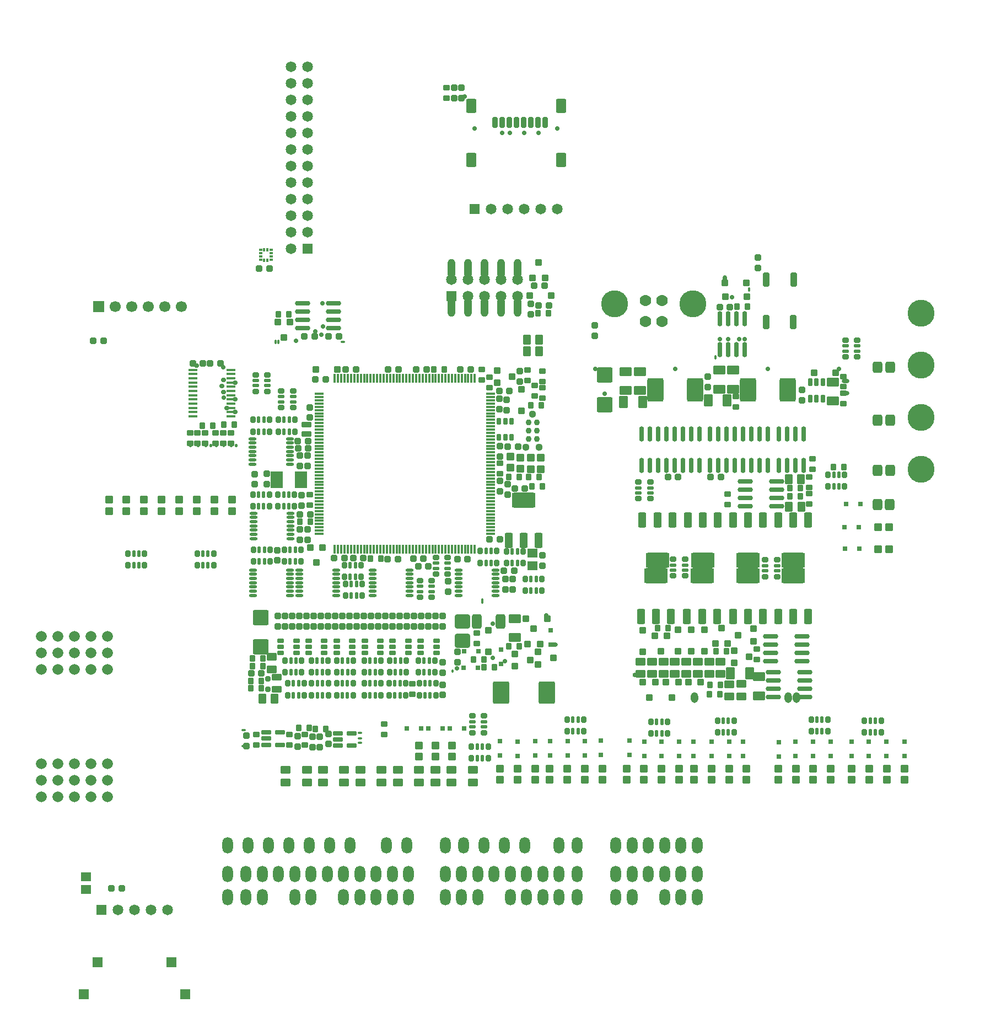
<source format=gts>
G75*
G70*
%OFA0B0*%
%FSLAX25Y25*%
%IPPOS*%
%LPD*%
%AMOC8*
5,1,8,0,0,1.08239X$1,22.5*
%
%AMM100*
21,1,0.143310,0.067720,0.000000,0.000000,0.000000*
21,1,0.120870,0.090160,0.000000,0.000000,0.000000*
1,1,0.022440,0.060430,-0.033860*
1,1,0.022440,-0.060430,-0.033860*
1,1,0.022440,-0.060430,0.033860*
1,1,0.022440,0.060430,0.033860*
%
%AMM101*
21,1,0.048820,0.075980,0.000000,0.000000,0.000000*
21,1,0.034650,0.090160,0.000000,0.000000,0.000000*
1,1,0.014170,0.017320,-0.037990*
1,1,0.014170,-0.017320,-0.037990*
1,1,0.014170,-0.017320,0.037990*
1,1,0.014170,0.017320,0.037990*
%
%AMM102*
21,1,0.048820,0.075990,0.000000,0.000000,0.000000*
21,1,0.034650,0.090160,0.000000,0.000000,0.000000*
1,1,0.014170,0.017320,-0.037990*
1,1,0.014170,-0.017320,-0.037990*
1,1,0.014170,-0.017320,0.037990*
1,1,0.014170,0.017320,0.037990*
%
%AMM103*
21,1,0.033070,0.030710,0.000000,0.000000,180.000000*
21,1,0.022050,0.041730,0.000000,0.000000,180.000000*
1,1,0.011020,-0.011020,0.015350*
1,1,0.011020,0.011020,0.015350*
1,1,0.011020,0.011020,-0.015350*
1,1,0.011020,-0.011020,-0.015350*
%
%AMM104*
21,1,0.040950,0.030320,0.000000,0.000000,270.000000*
21,1,0.028350,0.042910,0.000000,0.000000,270.000000*
1,1,0.012600,-0.015160,-0.014170*
1,1,0.012600,-0.015160,0.014170*
1,1,0.012600,0.015160,0.014170*
1,1,0.012600,0.015160,-0.014170*
%
%AMM105*
21,1,0.029130,0.030710,0.000000,0.000000,180.000000*
21,1,0.018900,0.040950,0.000000,0.000000,180.000000*
1,1,0.010240,-0.009450,0.015350*
1,1,0.010240,0.009450,0.015350*
1,1,0.010240,0.009450,-0.015350*
1,1,0.010240,-0.009450,-0.015350*
%
%AMM106*
21,1,0.041340,0.026770,0.000000,0.000000,270.000000*
21,1,0.029130,0.038980,0.000000,0.000000,270.000000*
1,1,0.012210,-0.013390,-0.014570*
1,1,0.012210,-0.013390,0.014570*
1,1,0.012210,0.013390,0.014570*
1,1,0.012210,0.013390,-0.014570*
%
%AMM107*
21,1,0.040950,0.030320,0.000000,0.000000,180.000000*
21,1,0.028350,0.042910,0.000000,0.000000,180.000000*
1,1,0.012600,-0.014170,0.015160*
1,1,0.012600,0.014170,0.015160*
1,1,0.012600,0.014170,-0.015160*
1,1,0.012600,-0.014170,-0.015160*
%
%AMM108*
21,1,0.033070,0.049610,0.000000,0.000000,270.000000*
21,1,0.022050,0.060630,0.000000,0.000000,270.000000*
1,1,0.011020,-0.024800,-0.011020*
1,1,0.011020,-0.024800,0.011020*
1,1,0.011020,0.024800,0.011020*
1,1,0.011020,0.024800,-0.011020*
%
%AMM109*
21,1,0.041340,0.026770,0.000000,0.000000,180.000000*
21,1,0.029130,0.038980,0.000000,0.000000,180.000000*
1,1,0.012210,-0.014570,0.013390*
1,1,0.012210,0.014570,0.013390*
1,1,0.012210,0.014570,-0.013390*
1,1,0.012210,-0.014570,-0.013390*
%
%AMM115*
21,1,0.076380,0.036220,0.000000,0.000000,180.000000*
21,1,0.061810,0.050790,0.000000,0.000000,180.000000*
1,1,0.014570,-0.030910,0.018110*
1,1,0.014570,0.030910,0.018110*
1,1,0.014570,0.030910,-0.018110*
1,1,0.014570,-0.030910,-0.018110*
%
%AMM116*
21,1,0.076380,0.036220,0.000000,0.000000,90.000000*
21,1,0.061810,0.050790,0.000000,0.000000,90.000000*
1,1,0.014570,0.018110,0.030910*
1,1,0.014570,0.018110,-0.030910*
1,1,0.014570,-0.018110,-0.030910*
1,1,0.014570,-0.018110,0.030910*
%
%AMM117*
21,1,0.092130,0.073230,0.000000,0.000000,90.000000*
21,1,0.069290,0.096060,0.000000,0.000000,90.000000*
1,1,0.022840,0.036610,0.034650*
1,1,0.022840,0.036610,-0.034650*
1,1,0.022840,-0.036610,-0.034650*
1,1,0.022840,-0.036610,0.034650*
%
%AMM118*
21,1,0.027170,0.038980,0.000000,0.000000,0.000000*
21,1,0.017320,0.048820,0.000000,0.000000,0.000000*
1,1,0.009840,0.008660,-0.019490*
1,1,0.009840,-0.008660,-0.019490*
1,1,0.009840,-0.008660,0.019490*
1,1,0.009840,0.008660,0.019490*
%
%AMM119*
21,1,0.098030,0.119290,0.000000,0.000000,180.000000*
21,1,0.074020,0.143310,0.000000,0.000000,180.000000*
1,1,0.024020,-0.037010,0.059650*
1,1,0.024020,0.037010,0.059650*
1,1,0.024020,0.037010,-0.059650*
1,1,0.024020,-0.037010,-0.059650*
%
%AMM123*
21,1,0.084250,0.045670,0.000000,0.000000,270.000000*
21,1,0.067320,0.062600,0.000000,0.000000,270.000000*
1,1,0.016930,-0.022840,-0.033660*
1,1,0.016930,-0.022840,0.033660*
1,1,0.016930,0.022840,0.033660*
1,1,0.016930,0.022840,-0.033660*
%
%AMM124*
21,1,0.064570,0.020470,0.000000,0.000000,270.000000*
21,1,0.053940,0.031100,0.000000,0.000000,270.000000*
1,1,0.010630,-0.010240,-0.026970*
1,1,0.010630,-0.010240,0.026970*
1,1,0.010630,0.010240,0.026970*
1,1,0.010630,0.010240,-0.026970*
%
%AMM125*
21,1,0.033070,0.030710,0.000000,0.000000,270.000000*
21,1,0.022050,0.041730,0.000000,0.000000,270.000000*
1,1,0.011020,-0.015350,-0.011020*
1,1,0.011020,-0.015350,0.011020*
1,1,0.011020,0.015350,0.011020*
1,1,0.011020,0.015350,-0.011020*
%
%AMM134*
21,1,0.100000,0.111020,0.000000,0.000000,180.000000*
21,1,0.075590,0.135430,0.000000,0.000000,180.000000*
1,1,0.024410,-0.037800,0.055510*
1,1,0.024410,0.037800,0.055510*
1,1,0.024410,0.037800,-0.055510*
1,1,0.024410,-0.037800,-0.055510*
%
%AMM135*
21,1,0.029130,0.018900,0.000000,0.000000,270.000000*
21,1,0.018900,0.029130,0.000000,0.000000,270.000000*
1,1,0.010240,-0.009450,-0.009450*
1,1,0.010240,-0.009450,0.009450*
1,1,0.010240,0.009450,0.009450*
1,1,0.010240,0.009450,-0.009450*
%
%AMM136*
21,1,0.041340,0.026770,0.000000,0.000000,0.000000*
21,1,0.029130,0.038980,0.000000,0.000000,0.000000*
1,1,0.012210,0.014570,-0.013390*
1,1,0.012210,-0.014570,-0.013390*
1,1,0.012210,-0.014570,0.013390*
1,1,0.012210,0.014570,0.013390*
%
%AMM137*
21,1,0.029130,0.018900,0.000000,0.000000,180.000000*
21,1,0.018900,0.029130,0.000000,0.000000,180.000000*
1,1,0.010240,-0.009450,0.009450*
1,1,0.010240,0.009450,0.009450*
1,1,0.010240,0.009450,-0.009450*
1,1,0.010240,-0.009450,-0.009450*
%
%AMM138*
21,1,0.040950,0.030320,0.000000,0.000000,0.000000*
21,1,0.028350,0.042910,0.000000,0.000000,0.000000*
1,1,0.012600,0.014170,-0.015160*
1,1,0.012600,-0.014170,-0.015160*
1,1,0.012600,-0.014170,0.015160*
1,1,0.012600,0.014170,0.015160*
%
%AMM139*
21,1,0.084250,0.070870,0.000000,0.000000,270.000000*
21,1,0.062990,0.092130,0.000000,0.000000,270.000000*
1,1,0.021260,-0.035430,-0.031500*
1,1,0.021260,-0.035430,0.031500*
1,1,0.021260,0.035430,0.031500*
1,1,0.021260,0.035430,-0.031500*
%
%AMM140*
21,1,0.056690,0.068500,0.000000,0.000000,180.000000*
21,1,0.040950,0.084250,0.000000,0.000000,180.000000*
1,1,0.015750,-0.020470,0.034250*
1,1,0.015750,0.020470,0.034250*
1,1,0.015750,0.020470,-0.034250*
1,1,0.015750,-0.020470,-0.034250*
%
%AMM141*
21,1,0.041340,0.026770,0.000000,0.000000,90.000000*
21,1,0.029130,0.038980,0.000000,0.000000,90.000000*
1,1,0.012210,0.013390,0.014570*
1,1,0.012210,0.013390,-0.014570*
1,1,0.012210,-0.013390,-0.014570*
1,1,0.012210,-0.013390,0.014570*
%
%AMM143*
21,1,0.027170,0.052760,0.000000,0.000000,270.000000*
21,1,0.017320,0.062600,0.000000,0.000000,270.000000*
1,1,0.009840,-0.026380,-0.008660*
1,1,0.009840,-0.026380,0.008660*
1,1,0.009840,0.026380,0.008660*
1,1,0.009840,0.026380,-0.008660*
%
%AMM149*
21,1,0.076380,0.036220,0.000000,0.000000,270.000000*
21,1,0.061810,0.050790,0.000000,0.000000,270.000000*
1,1,0.014570,-0.018110,-0.030910*
1,1,0.014570,-0.018110,0.030910*
1,1,0.014570,0.018110,0.030910*
1,1,0.014570,0.018110,-0.030910*
%
%AMM150*
21,1,0.040950,0.030320,0.000000,0.000000,90.000000*
21,1,0.028350,0.042910,0.000000,0.000000,90.000000*
1,1,0.012600,0.015160,0.014170*
1,1,0.012600,0.015160,-0.014170*
1,1,0.012600,-0.015160,-0.014170*
1,1,0.012600,-0.015160,0.014170*
%
%AMM151*
21,1,0.048820,0.075980,0.000000,0.000000,180.000000*
21,1,0.034650,0.090160,0.000000,0.000000,180.000000*
1,1,0.014170,-0.017320,0.037990*
1,1,0.014170,0.017320,0.037990*
1,1,0.014170,0.017320,-0.037990*
1,1,0.014170,-0.017320,-0.037990*
%
%AMM152*
21,1,0.048820,0.075990,0.000000,0.000000,180.000000*
21,1,0.034650,0.090160,0.000000,0.000000,180.000000*
1,1,0.014170,-0.017320,0.037990*
1,1,0.014170,0.017320,0.037990*
1,1,0.014170,0.017320,-0.037990*
1,1,0.014170,-0.017320,-0.037990*
%
%AMM153*
21,1,0.143310,0.067720,0.000000,0.000000,180.000000*
21,1,0.120870,0.090160,0.000000,0.000000,180.000000*
1,1,0.022440,-0.060430,0.033860*
1,1,0.022440,0.060430,0.033860*
1,1,0.022440,0.060430,-0.033860*
1,1,0.022440,-0.060430,-0.033860*
%
%AMM43*
21,1,0.038980,0.026770,0.000000,0.000000,0.000000*
21,1,0.026770,0.038980,0.000000,0.000000,0.000000*
1,1,0.012210,0.013390,-0.013390*
1,1,0.012210,-0.013390,-0.013390*
1,1,0.012210,-0.013390,0.013390*
1,1,0.012210,0.013390,0.013390*
%
%AMM44*
21,1,0.044880,0.049210,0.000000,0.000000,0.000000*
21,1,0.031500,0.062600,0.000000,0.000000,0.000000*
1,1,0.013390,0.015750,-0.024610*
1,1,0.013390,-0.015750,-0.024610*
1,1,0.013390,-0.015750,0.024610*
1,1,0.013390,0.015750,0.024610*
%
%AMM45*
21,1,0.033070,0.030710,0.000000,0.000000,0.000000*
21,1,0.022050,0.041730,0.000000,0.000000,0.000000*
1,1,0.011020,0.011020,-0.015350*
1,1,0.011020,-0.011020,-0.015350*
1,1,0.011020,-0.011020,0.015350*
1,1,0.011020,0.011020,0.015350*
%
%AMM46*
21,1,0.015350,0.017720,0.000000,0.000000,180.000000*
21,1,0.000000,0.033070,0.000000,0.000000,180.000000*
1,1,0.015350,0.000000,0.008860*
1,1,0.015350,0.000000,0.008860*
1,1,0.015350,0.000000,-0.008860*
1,1,0.015350,0.000000,-0.008860*
%
%AMM47*
21,1,0.033070,0.030710,0.000000,0.000000,90.000000*
21,1,0.022050,0.041730,0.000000,0.000000,90.000000*
1,1,0.011020,0.015350,0.011020*
1,1,0.011020,0.015350,-0.011020*
1,1,0.011020,-0.015350,-0.011020*
1,1,0.011020,-0.015350,0.011020*
%
%AMM48*
21,1,0.037010,0.072440,0.000000,0.000000,0.000000*
21,1,0.025200,0.084250,0.000000,0.000000,0.000000*
1,1,0.011810,0.012600,-0.036220*
1,1,0.011810,-0.012600,-0.036220*
1,1,0.011810,-0.012600,0.036220*
1,1,0.011810,0.012600,0.036220*
%
%AMM49*
21,1,0.056690,0.048820,0.000000,0.000000,0.000000*
21,1,0.040950,0.064570,0.000000,0.000000,0.000000*
1,1,0.015750,0.020470,-0.024410*
1,1,0.015750,-0.020470,-0.024410*
1,1,0.015750,-0.020470,0.024410*
1,1,0.015750,0.020470,0.024410*
%
%AMM50*
21,1,0.029130,0.018900,0.000000,0.000000,90.000000*
21,1,0.018900,0.029130,0.000000,0.000000,90.000000*
1,1,0.010240,0.009450,0.009450*
1,1,0.010240,0.009450,-0.009450*
1,1,0.010240,-0.009450,-0.009450*
1,1,0.010240,-0.009450,0.009450*
%
%AMM51*
21,1,0.044880,0.035430,0.000000,0.000000,270.000000*
21,1,0.031500,0.048820,0.000000,0.000000,270.000000*
1,1,0.013390,-0.017720,-0.015750*
1,1,0.013390,-0.017720,0.015750*
1,1,0.013390,0.017720,0.015750*
1,1,0.013390,0.017720,-0.015750*
%
%AMM52*
21,1,0.044880,0.049210,0.000000,0.000000,90.000000*
21,1,0.031500,0.062600,0.000000,0.000000,90.000000*
1,1,0.013390,0.024610,0.015750*
1,1,0.013390,0.024610,-0.015750*
1,1,0.013390,-0.024610,-0.015750*
1,1,0.013390,-0.024610,0.015750*
%
%AMM53*
21,1,0.031100,0.026380,0.000000,0.000000,270.000000*
21,1,0.020470,0.037010,0.000000,0.000000,270.000000*
1,1,0.010630,-0.013190,-0.010240*
1,1,0.010630,-0.013190,0.010240*
1,1,0.010630,0.013190,0.010240*
1,1,0.010630,0.013190,-0.010240*
%
%AMM54*
21,1,0.023230,0.027950,0.000000,0.000000,270.000000*
21,1,0.014170,0.037010,0.000000,0.000000,270.000000*
1,1,0.009060,-0.013980,-0.007090*
1,1,0.009060,-0.013980,0.007090*
1,1,0.009060,0.013980,0.007090*
1,1,0.009060,0.013980,-0.007090*
%
%AMM55*
21,1,0.031100,0.026380,0.000000,0.000000,180.000000*
21,1,0.020470,0.037010,0.000000,0.000000,180.000000*
1,1,0.010630,-0.010240,0.013190*
1,1,0.010630,0.010240,0.013190*
1,1,0.010630,0.010240,-0.013190*
1,1,0.010630,-0.010240,-0.013190*
%
%AMM56*
21,1,0.023230,0.027950,0.000000,0.000000,180.000000*
21,1,0.014170,0.037010,0.000000,0.000000,180.000000*
1,1,0.009060,-0.007090,0.013980*
1,1,0.009060,0.007090,0.013980*
1,1,0.009060,0.007090,-0.013980*
1,1,0.009060,-0.007090,-0.013980*
%
%AMM57*
21,1,0.038980,0.026770,0.000000,0.000000,90.000000*
21,1,0.026770,0.038980,0.000000,0.000000,90.000000*
1,1,0.012210,0.013390,0.013390*
1,1,0.012210,0.013390,-0.013390*
1,1,0.012210,-0.013390,-0.013390*
1,1,0.012210,-0.013390,0.013390*
%
%AMM58*
21,1,0.029130,0.018900,0.000000,0.000000,0.000000*
21,1,0.018900,0.029130,0.000000,0.000000,0.000000*
1,1,0.010240,0.009450,-0.009450*
1,1,0.010240,-0.009450,-0.009450*
1,1,0.010240,-0.009450,0.009450*
1,1,0.010240,0.009450,0.009450*
%
%AMM59*
21,1,0.044880,0.035430,0.000000,0.000000,180.000000*
21,1,0.031500,0.048820,0.000000,0.000000,180.000000*
1,1,0.013390,-0.015750,0.017720*
1,1,0.013390,0.015750,0.017720*
1,1,0.013390,0.015750,-0.017720*
1,1,0.013390,-0.015750,-0.017720*
%
%AMM76*
21,1,0.040950,0.050000,0.000000,0.000000,270.000000*
21,1,0.028350,0.062600,0.000000,0.000000,270.000000*
1,1,0.012600,-0.025000,-0.014170*
1,1,0.012600,-0.025000,0.014170*
1,1,0.012600,0.025000,0.014170*
1,1,0.012600,0.025000,-0.014170*
%
%AMM77*
21,1,0.092130,0.073230,0.000000,0.000000,270.000000*
21,1,0.069290,0.096060,0.000000,0.000000,270.000000*
1,1,0.022840,-0.036610,-0.034650*
1,1,0.022840,-0.036610,0.034650*
1,1,0.022840,0.036610,0.034650*
1,1,0.022840,0.036610,-0.034650*
%
%AMM78*
21,1,0.044880,0.049210,0.000000,0.000000,180.000000*
21,1,0.031500,0.062600,0.000000,0.000000,180.000000*
1,1,0.013390,-0.015750,0.024610*
1,1,0.013390,0.015750,0.024610*
1,1,0.013390,0.015750,-0.024610*
1,1,0.013390,-0.015750,-0.024610*
%
%AMM79*
21,1,0.029130,0.030710,0.000000,0.000000,90.000000*
21,1,0.018900,0.040950,0.000000,0.000000,90.000000*
1,1,0.010240,0.015350,0.009450*
1,1,0.010240,0.015350,-0.009450*
1,1,0.010240,-0.015350,-0.009450*
1,1,0.010240,-0.015350,0.009450*
%
%AMM80*
21,1,0.031100,0.026380,0.000000,0.000000,0.000000*
21,1,0.020470,0.037010,0.000000,0.000000,0.000000*
1,1,0.010630,0.010240,-0.013190*
1,1,0.010630,-0.010240,-0.013190*
1,1,0.010630,-0.010240,0.013190*
1,1,0.010630,0.010240,0.013190*
%
%AMM81*
21,1,0.023230,0.027950,0.000000,0.000000,0.000000*
21,1,0.014170,0.037010,0.000000,0.000000,0.000000*
1,1,0.009060,0.007090,-0.013980*
1,1,0.009060,-0.007090,-0.013980*
1,1,0.009060,-0.007090,0.013980*
1,1,0.009060,0.007090,0.013980*
%
%AMM82*
21,1,0.038980,0.026770,0.000000,0.000000,270.000000*
21,1,0.026770,0.038980,0.000000,0.000000,270.000000*
1,1,0.012210,-0.013390,-0.013390*
1,1,0.012210,-0.013390,0.013390*
1,1,0.012210,0.013390,0.013390*
1,1,0.012210,0.013390,-0.013390*
%
%AMM83*
21,1,0.038980,0.026770,0.000000,0.000000,180.000000*
21,1,0.026770,0.038980,0.000000,0.000000,180.000000*
1,1,0.012210,-0.013390,0.013390*
1,1,0.012210,0.013390,0.013390*
1,1,0.012210,0.013390,-0.013390*
1,1,0.012210,-0.013390,-0.013390*
%
%AMM98*
21,1,0.031100,0.026380,0.000000,0.000000,90.000000*
21,1,0.020470,0.037010,0.000000,0.000000,90.000000*
1,1,0.010630,0.013190,0.010240*
1,1,0.010630,0.013190,-0.010240*
1,1,0.010630,-0.013190,-0.010240*
1,1,0.010630,-0.013190,0.010240*
%
%AMM99*
21,1,0.023230,0.027950,0.000000,0.000000,90.000000*
21,1,0.014170,0.037010,0.000000,0.000000,90.000000*
1,1,0.009060,0.013980,0.007090*
1,1,0.009060,0.013980,-0.007090*
1,1,0.009060,-0.013980,-0.007090*
1,1,0.009060,-0.013980,0.007090*
%
%ADD10M54*%
%ADD100M149*%
%ADD102O,0.01417X0.05669*%
%ADD103O,0.09213X0.02913*%
%ADD104C,0.03651*%
%ADD105C,0.04451*%
%ADD11M81*%
%ADD111M103*%
%ADD112M139*%
%ADD113M45*%
%ADD115M52*%
%ADD122O,0.04567X0.11772*%
%ADD123M43*%
%ADD124M82*%
%ADD126M119*%
%ADD129M107*%
%ADD134O,0.01535X0.02520*%
%ADD142O,0.04488X0.06457*%
%ADD148M78*%
%ADD157M98*%
%ADD158M141*%
%ADD159O,0.02913X0.09213*%
%ADD164M58*%
%ADD165M137*%
%ADD17M55*%
%ADD170M104*%
%ADD180M50*%
%ADD188M99*%
%ADD19C,0.06951*%
%ADD194C,0.03701*%
%ADD195M105*%
%ADD203M143*%
%ADD204O,0.05669X0.01417*%
%ADD206M153*%
%ADD208M46*%
%ADD214M140*%
%ADD217R,0.07244X0.10000*%
%ADD221O,0.04488X0.02520*%
%ADD229M79*%
%ADD233M151*%
%ADD236M53*%
%ADD24M100*%
%ADD241O,0.06457X0.10000*%
%ADD247O,0.02520X0.01535*%
%ADD248M44*%
%ADD249R,0.06457X0.06457*%
%ADD252M59*%
%ADD254M56*%
%ADD255O,0.01339X0.03307*%
%ADD262M135*%
%ADD264C,0.00551*%
%ADD268M134*%
%ADD269M136*%
%ADD27M123*%
%ADD271M109*%
%ADD272M51*%
%ADD276M118*%
%ADD280M116*%
%ADD287M47*%
%ADD289M102*%
%ADD29M108*%
%ADD293M57*%
%ADD294R,0.06457X0.05669*%
%ADD30O,0.05512X0.01535*%
%ADD32C,0.16299*%
%ADD34M150*%
%ADD35O,0.02520X0.04488*%
%ADD41C,0.06693*%
%ADD49O,0.01339X0.02520*%
%ADD50R,0.06693X0.06693*%
%ADD51M80*%
%ADD54M115*%
%ADD56O,0.01339X0.02126*%
%ADD57M101*%
%ADD58M124*%
%ADD59O,0.04882X0.01732*%
%ADD63M152*%
%ADD65M49*%
%ADD69R,0.01535X0.01929*%
%ADD71C,0.06551*%
%ADD77R,0.01929X0.01535*%
%ADD78C,0.06457*%
%ADD82O,0.03701X0.02913*%
%ADD83M76*%
%ADD86M138*%
%ADD87M77*%
%ADD88M83*%
%ADD89C,0.02913*%
%ADD91M106*%
%ADD92M125*%
%ADD96M117*%
%ADD97M48*%
X0000000Y0000000D02*
G01*
G75*
G36*
X0169961Y0463695D02*
X0169819Y0463695D01*
X0169819Y0466398D01*
X0169961Y0466398D01*
X0169961Y0463695D01*
D02*
G37*
G36*
X0169961Y0467025D02*
X0169722Y0467025D01*
X0169722Y0468366D01*
X0169961Y0468366D01*
X0169961Y0467025D01*
D02*
G37*
G36*
X0169961Y0470329D02*
X0169772Y0470329D01*
X0169772Y0470335D01*
X0169961Y0470335D01*
X0169961Y0470329D01*
D02*
G37*
D221*
X0340158Y0231102D02*
D03*
X0516417Y0382973D02*
D03*
X0516417Y0390453D02*
D03*
D49*
X0279035Y0215158D02*
D03*
D294*
X0057382Y0090650D02*
D03*
X0057382Y0083169D02*
D03*
D123*
X0078799Y0083563D02*
D03*
X0072579Y0083563D02*
D03*
X0168268Y0458465D02*
D03*
X0162047Y0458465D02*
D03*
X0061654Y0414764D02*
D03*
X0067874Y0414764D02*
D03*
D247*
X0212480Y0413996D02*
D03*
X0152559Y0179232D02*
D03*
X0152559Y0169783D02*
D03*
X0222736Y0177756D02*
D03*
X0222736Y0174311D02*
D03*
X0222736Y0171555D02*
D03*
D134*
X0171732Y0414193D02*
D03*
X0173701Y0414193D02*
D03*
D35*
X0443504Y0451968D02*
D03*
D255*
X0458347Y0445571D02*
D03*
D134*
X0437972Y0404626D02*
D03*
D142*
X0425301Y0198971D02*
D03*
X0481896Y0198971D02*
D03*
X0486840Y0198971D02*
D03*
D82*
X0389652Y0212736D02*
D03*
D248*
X0323721Y0415256D02*
D03*
X0331201Y0415256D02*
D03*
X0323721Y0408465D02*
D03*
X0331201Y0408465D02*
D03*
D113*
X0509350Y0338287D02*
D03*
X0515650Y0338287D02*
D03*
D77*
X0162795Y0467618D02*
D03*
X0162795Y0465650D02*
D03*
X0162795Y0469587D02*
D03*
X0162795Y0463681D02*
D03*
X0169095Y0469587D02*
D03*
X0169095Y0467618D02*
D03*
X0169095Y0465650D02*
D03*
X0169095Y0463681D02*
D03*
D69*
X0164961Y0469783D02*
D03*
X0166929Y0469783D02*
D03*
X0166929Y0463484D02*
D03*
X0164961Y0463484D02*
D03*
D208*
X0296870Y0257283D02*
D03*
D56*
X0132776Y0351379D02*
D03*
X0136083Y0351379D02*
D03*
X0129823Y0351379D02*
D03*
X0140709Y0351379D02*
D03*
X0145334Y0351379D02*
D03*
X0148327Y0351379D02*
D03*
X0125197Y0351379D02*
D03*
X0120571Y0351379D02*
D03*
D287*
X0237402Y0176772D02*
D03*
X0237402Y0183071D02*
D03*
D97*
X0485236Y0451673D02*
D03*
X0468701Y0451673D02*
D03*
X0485039Y0426083D02*
D03*
X0468504Y0426083D02*
D03*
D65*
X0543504Y0398622D02*
D03*
X0536024Y0398622D02*
D03*
X0536024Y0336417D02*
D03*
X0543504Y0336417D02*
D03*
X0543504Y0366811D02*
D03*
X0536024Y0366811D02*
D03*
X0535748Y0315866D02*
D03*
X0543228Y0315866D02*
D03*
D32*
X0562205Y0431496D02*
D03*
X0562205Y0337008D02*
D03*
X0562205Y0368504D02*
D03*
X0562205Y0400000D02*
D03*
X0376791Y0437106D02*
D03*
X0424193Y0437106D02*
D03*
D180*
X0285827Y0180216D02*
D03*
X0277165Y0180216D02*
D03*
X0516240Y0288878D02*
D03*
X0524902Y0288878D02*
D03*
X0516043Y0302165D02*
D03*
X0524705Y0302165D02*
D03*
X0516732Y0316043D02*
D03*
X0525394Y0316043D02*
D03*
X0259842Y0180216D02*
D03*
X0251181Y0180216D02*
D03*
X0272835Y0180216D02*
D03*
X0264173Y0180216D02*
D03*
D272*
X0278543Y0163386D02*
D03*
X0278543Y0170079D02*
D03*
X0071061Y0311854D02*
D03*
X0071061Y0318546D02*
D03*
X0081691Y0311854D02*
D03*
X0081691Y0318546D02*
D03*
X0092321Y0311854D02*
D03*
X0092321Y0318546D02*
D03*
X0102950Y0311854D02*
D03*
X0102950Y0318546D02*
D03*
X0113580Y0311854D02*
D03*
X0113580Y0318546D02*
D03*
X0124210Y0311854D02*
D03*
X0124210Y0318546D02*
D03*
X0134840Y0311854D02*
D03*
X0134840Y0318546D02*
D03*
X0145470Y0311854D02*
D03*
X0145470Y0318546D02*
D03*
X0415945Y0149213D02*
D03*
X0415945Y0155905D02*
D03*
X0405315Y0149213D02*
D03*
X0405315Y0155905D02*
D03*
X0394685Y0149213D02*
D03*
X0394685Y0155905D02*
D03*
X0384055Y0149213D02*
D03*
X0384055Y0155905D02*
D03*
X0348327Y0149213D02*
D03*
X0348327Y0155905D02*
D03*
X0424803Y0149213D02*
D03*
X0424803Y0155905D02*
D03*
X0358957Y0149213D02*
D03*
X0358957Y0155905D02*
D03*
X0435433Y0149213D02*
D03*
X0435433Y0155905D02*
D03*
X0456693Y0149213D02*
D03*
X0456693Y0155905D02*
D03*
X0446063Y0149213D02*
D03*
X0446063Y0155905D02*
D03*
X0337697Y0149213D02*
D03*
X0337697Y0155905D02*
D03*
X0369587Y0149213D02*
D03*
X0369587Y0155905D02*
D03*
X0552165Y0155905D02*
D03*
X0552165Y0149213D02*
D03*
X0541536Y0155905D02*
D03*
X0541536Y0149213D02*
D03*
X0530906Y0155905D02*
D03*
X0530906Y0149213D02*
D03*
X0520276Y0155905D02*
D03*
X0520276Y0149213D02*
D03*
X0475787Y0155905D02*
D03*
X0475787Y0149213D02*
D03*
X0486417Y0155905D02*
D03*
X0486417Y0149213D02*
D03*
X0497047Y0155905D02*
D03*
X0497047Y0149213D02*
D03*
X0507677Y0155905D02*
D03*
X0507677Y0149213D02*
D03*
X0307677Y0155905D02*
D03*
X0307677Y0149213D02*
D03*
X0318307Y0155905D02*
D03*
X0318307Y0149213D02*
D03*
X0328937Y0155905D02*
D03*
X0328937Y0149213D02*
D03*
X0258465Y0163386D02*
D03*
X0258465Y0170079D02*
D03*
X0268701Y0163386D02*
D03*
X0268701Y0170079D02*
D03*
D115*
X0258661Y0155315D02*
D03*
X0258661Y0147835D02*
D03*
X0190748Y0155315D02*
D03*
X0190748Y0147835D02*
D03*
X0200591Y0155315D02*
D03*
X0200591Y0147835D02*
D03*
X0291142Y0147835D02*
D03*
X0291142Y0155315D02*
D03*
X0245866Y0147835D02*
D03*
X0245866Y0155315D02*
D03*
X0236024Y0147835D02*
D03*
X0236024Y0155315D02*
D03*
X0223228Y0147835D02*
D03*
X0223228Y0155315D02*
D03*
X0213386Y0147835D02*
D03*
X0213386Y0155315D02*
D03*
X0177953Y0147835D02*
D03*
X0177953Y0155315D02*
D03*
X0278346Y0155315D02*
D03*
X0278346Y0147835D02*
D03*
X0268504Y0155315D02*
D03*
X0268504Y0147835D02*
D03*
D236*
X0290945Y0187894D02*
D03*
X0298031Y0187894D02*
D03*
X0298031Y0177854D02*
D03*
X0290945Y0177854D02*
D03*
X0523622Y0415059D02*
D03*
X0516535Y0415059D02*
D03*
X0516535Y0405020D02*
D03*
X0523622Y0405020D02*
D03*
D10*
X0290945Y0184449D02*
D03*
X0290945Y0181299D02*
D03*
X0298031Y0181299D02*
D03*
X0298031Y0184449D02*
D03*
X0516535Y0408465D02*
D03*
X0516535Y0411614D02*
D03*
X0523622Y0411614D02*
D03*
X0523622Y0408465D02*
D03*
D17*
X0092714Y0286164D02*
D03*
X0092714Y0279078D02*
D03*
X0082675Y0279078D02*
D03*
X0082675Y0286164D02*
D03*
X0124407Y0286164D02*
D03*
X0124407Y0279078D02*
D03*
X0134447Y0279078D02*
D03*
X0134447Y0286164D02*
D03*
X0408957Y0177264D02*
D03*
X0408957Y0184350D02*
D03*
X0398917Y0184350D02*
D03*
X0398917Y0177264D02*
D03*
X0449114Y0177953D02*
D03*
X0449114Y0185039D02*
D03*
X0439075Y0185039D02*
D03*
X0439075Y0177953D02*
D03*
X0358268Y0178740D02*
D03*
X0358268Y0185827D02*
D03*
X0348228Y0185827D02*
D03*
X0348228Y0178740D02*
D03*
X0538091Y0177953D02*
D03*
X0538091Y0185039D02*
D03*
X0528051Y0185039D02*
D03*
X0528051Y0177953D02*
D03*
X0505807Y0178740D02*
D03*
X0505807Y0185827D02*
D03*
X0495768Y0185827D02*
D03*
X0495768Y0178740D02*
D03*
X0506004Y0326654D02*
D03*
X0506004Y0333740D02*
D03*
X0516043Y0333740D02*
D03*
X0516043Y0326654D02*
D03*
X0300394Y0169488D02*
D03*
X0300394Y0162402D02*
D03*
X0290354Y0162402D02*
D03*
X0290354Y0169488D02*
D03*
D254*
X0089269Y0286164D02*
D03*
X0086120Y0286164D02*
D03*
X0086120Y0279078D02*
D03*
X0089269Y0279078D02*
D03*
X0131002Y0279078D02*
D03*
X0127852Y0279078D02*
D03*
X0127852Y0286164D02*
D03*
X0131002Y0286164D02*
D03*
X0402362Y0184350D02*
D03*
X0405512Y0184350D02*
D03*
X0405512Y0177264D02*
D03*
X0402362Y0177264D02*
D03*
X0442520Y0185039D02*
D03*
X0445669Y0185039D02*
D03*
X0445669Y0177953D02*
D03*
X0442520Y0177953D02*
D03*
X0351673Y0185827D02*
D03*
X0354823Y0185827D02*
D03*
X0354823Y0178740D02*
D03*
X0351673Y0178740D02*
D03*
X0531496Y0185039D02*
D03*
X0534646Y0185039D02*
D03*
X0534646Y0177953D02*
D03*
X0531496Y0177953D02*
D03*
X0499213Y0185827D02*
D03*
X0502362Y0185827D02*
D03*
X0502362Y0178740D02*
D03*
X0499213Y0178740D02*
D03*
X0509449Y0326654D02*
D03*
X0512598Y0326654D02*
D03*
X0512598Y0333740D02*
D03*
X0509449Y0333740D02*
D03*
X0296949Y0169488D02*
D03*
X0293799Y0169488D02*
D03*
X0293799Y0162402D02*
D03*
X0296949Y0162402D02*
D03*
D293*
X0463484Y0458701D02*
D03*
X0463484Y0464921D02*
D03*
X0364728Y0417717D02*
D03*
X0364728Y0423937D02*
D03*
D164*
X0454528Y0172441D02*
D03*
X0454528Y0163779D02*
D03*
X0348524Y0172835D02*
D03*
X0348524Y0164173D02*
D03*
X0435630Y0172441D02*
D03*
X0435630Y0163779D02*
D03*
X0405118Y0172441D02*
D03*
X0405118Y0163779D02*
D03*
X0415748Y0172441D02*
D03*
X0415748Y0163779D02*
D03*
X0394882Y0172441D02*
D03*
X0394882Y0163779D02*
D03*
X0424606Y0172441D02*
D03*
X0424606Y0163779D02*
D03*
X0368701Y0172933D02*
D03*
X0368701Y0164272D02*
D03*
X0358760Y0172835D02*
D03*
X0358760Y0164173D02*
D03*
X0337894Y0172835D02*
D03*
X0337894Y0164173D02*
D03*
X0385827Y0172933D02*
D03*
X0385827Y0164272D02*
D03*
X0446260Y0172441D02*
D03*
X0446260Y0163779D02*
D03*
X0552362Y0163779D02*
D03*
X0552362Y0172441D02*
D03*
X0541339Y0163779D02*
D03*
X0541339Y0172441D02*
D03*
X0530709Y0163779D02*
D03*
X0530709Y0172441D02*
D03*
X0520079Y0163779D02*
D03*
X0520079Y0172441D02*
D03*
X0476378Y0163386D02*
D03*
X0476378Y0172047D02*
D03*
X0486221Y0163779D02*
D03*
X0486221Y0172441D02*
D03*
X0496850Y0163779D02*
D03*
X0496850Y0172441D02*
D03*
X0507480Y0163779D02*
D03*
X0507480Y0172441D02*
D03*
X0307480Y0164173D02*
D03*
X0307480Y0172835D02*
D03*
X0318110Y0163779D02*
D03*
X0318110Y0172441D02*
D03*
X0328740Y0163976D02*
D03*
X0328740Y0172638D02*
D03*
D252*
X0542913Y0288661D02*
D03*
X0536221Y0288661D02*
D03*
X0542913Y0302087D02*
D03*
X0536221Y0302087D02*
D03*
D89*
X0303219Y0223002D02*
D03*
X0335531Y0248819D02*
D03*
X0310630Y0221063D02*
D03*
X0281693Y0216634D02*
D03*
X0303150Y0243602D02*
D03*
X0286122Y0562225D02*
D03*
X0313583Y0540276D02*
D03*
X0330906Y0540276D02*
D03*
X0322146Y0540276D02*
D03*
X0292323Y0542914D02*
D03*
X0308957Y0540276D02*
D03*
X0342339Y0542949D02*
D03*
X0200374Y0437323D02*
D03*
X0200669Y0423347D02*
D03*
X0199488Y0418327D02*
D03*
X0196043Y0420394D02*
D03*
X0447756Y0441043D02*
D03*
X0445571Y0415748D02*
D03*
X0440551Y0415748D02*
D03*
X0455610Y0415748D02*
D03*
X0452067Y0415748D02*
D03*
X0365302Y0397638D02*
D03*
X0413583Y0397638D02*
D03*
X0370768Y0382677D02*
D03*
X0512402Y0397638D02*
D03*
X0469488Y0397638D02*
D03*
X0140413Y0391142D02*
D03*
X0147638Y0389468D02*
D03*
X0139567Y0387303D02*
D03*
X0140413Y0383858D02*
D03*
X0147638Y0379232D02*
D03*
X0140709Y0380512D02*
D03*
X0142480Y0374114D02*
D03*
X0147638Y0371555D02*
D03*
X0140354Y0398622D02*
D03*
X0124311Y0399803D02*
D03*
D71*
X0030315Y0139016D02*
D03*
X0040315Y0139016D02*
D03*
X0050315Y0139016D02*
D03*
X0060315Y0139016D02*
D03*
X0070315Y0139016D02*
D03*
X0030315Y0149016D02*
D03*
X0070315Y0149016D02*
D03*
X0060315Y0149016D02*
D03*
X0050315Y0149016D02*
D03*
X0040315Y0149016D02*
D03*
X0040315Y0159016D02*
D03*
X0050315Y0159016D02*
D03*
X0060315Y0159016D02*
D03*
X0070315Y0159016D02*
D03*
X0030315Y0159016D02*
D03*
X0030315Y0215945D02*
D03*
X0040315Y0215945D02*
D03*
X0050315Y0215945D02*
D03*
X0060315Y0215945D02*
D03*
X0070315Y0215945D02*
D03*
X0030315Y0225945D02*
D03*
X0070315Y0225945D02*
D03*
X0060315Y0225945D02*
D03*
X0050315Y0225945D02*
D03*
X0040315Y0225945D02*
D03*
X0040315Y0235945D02*
D03*
X0050315Y0235945D02*
D03*
X0060315Y0235945D02*
D03*
X0070315Y0235945D02*
D03*
X0030315Y0235945D02*
D03*
D264*
X0460630Y0027559D02*
D03*
X0086614Y0027559D02*
D03*
X0173622Y0056890D02*
D03*
X0397244Y0056890D02*
D03*
X0135256Y0484803D02*
D03*
X0044272Y0484803D02*
D03*
X0019879Y0279921D02*
D03*
X0586614Y0020079D02*
D03*
X0586614Y0605905D02*
D03*
X0019685Y0605905D02*
D03*
X0019685Y0020079D02*
D03*
D249*
X0108858Y0038878D02*
D03*
X0064370Y0038878D02*
D03*
X0117323Y0019685D02*
D03*
X0055905Y0019685D02*
D03*
X0066614Y0070866D02*
D03*
X0292126Y0494488D02*
D03*
D78*
X0106614Y0070866D02*
D03*
X0096614Y0070866D02*
D03*
X0086614Y0070866D02*
D03*
X0076614Y0070866D02*
D03*
X0342126Y0494488D02*
D03*
X0332126Y0494488D02*
D03*
X0322126Y0494488D02*
D03*
X0312126Y0494488D02*
D03*
X0302126Y0494488D02*
D03*
X0181142Y0580472D02*
D03*
X0191142Y0580472D02*
D03*
X0181142Y0570472D02*
D03*
X0191142Y0570472D02*
D03*
X0181142Y0560472D02*
D03*
X0191142Y0560472D02*
D03*
X0181142Y0550472D02*
D03*
X0191142Y0550472D02*
D03*
X0181142Y0540472D02*
D03*
X0191142Y0540472D02*
D03*
X0181142Y0530472D02*
D03*
X0191142Y0530472D02*
D03*
X0181142Y0520472D02*
D03*
X0191142Y0520472D02*
D03*
X0181142Y0510472D02*
D03*
X0191142Y0510472D02*
D03*
X0181142Y0500472D02*
D03*
X0191142Y0500472D02*
D03*
X0181142Y0490472D02*
D03*
X0191142Y0490472D02*
D03*
X0181142Y0480472D02*
D03*
X0191142Y0480472D02*
D03*
X0181142Y0470472D02*
D03*
D241*
X0142913Y0092520D02*
D03*
X0142913Y0078347D02*
D03*
X0153937Y0092520D02*
D03*
X0153937Y0078347D02*
D03*
X0163779Y0092520D02*
D03*
X0163779Y0078347D02*
D03*
X0173622Y0092520D02*
D03*
X0183465Y0092520D02*
D03*
X0183465Y0078347D02*
D03*
X0193307Y0092520D02*
D03*
X0193307Y0078347D02*
D03*
X0203150Y0092520D02*
D03*
X0212992Y0078347D02*
D03*
X0212992Y0092520D02*
D03*
X0222835Y0078347D02*
D03*
X0222835Y0092520D02*
D03*
X0232677Y0078347D02*
D03*
X0232677Y0092520D02*
D03*
X0242520Y0078347D02*
D03*
X0242520Y0092520D02*
D03*
X0238858Y0109843D02*
D03*
X0252362Y0078347D02*
D03*
X0252362Y0092520D02*
D03*
X0251181Y0109843D02*
D03*
X0274409Y0078347D02*
D03*
X0274409Y0092520D02*
D03*
X0274409Y0109843D02*
D03*
X0284252Y0078347D02*
D03*
X0284252Y0092520D02*
D03*
X0285433Y0109843D02*
D03*
X0294094Y0078347D02*
D03*
X0294094Y0092520D02*
D03*
X0303937Y0092520D02*
D03*
X0297756Y0109843D02*
D03*
X0313779Y0078347D02*
D03*
X0313779Y0092520D02*
D03*
X0310079Y0109843D02*
D03*
X0323622Y0078347D02*
D03*
X0323622Y0092520D02*
D03*
X0322402Y0109843D02*
D03*
X0333465Y0078347D02*
D03*
X0333465Y0092520D02*
D03*
X0343307Y0078347D02*
D03*
X0343307Y0092520D02*
D03*
X0343307Y0109843D02*
D03*
X0354331Y0078347D02*
D03*
X0354331Y0092520D02*
D03*
X0354331Y0109843D02*
D03*
X0377559Y0078347D02*
D03*
X0377559Y0092520D02*
D03*
X0377559Y0109843D02*
D03*
X0387402Y0078347D02*
D03*
X0387402Y0092520D02*
D03*
X0387402Y0109843D02*
D03*
X0397244Y0092520D02*
D03*
X0407087Y0078347D02*
D03*
X0407087Y0092520D02*
D03*
X0407087Y0109843D02*
D03*
X0416929Y0078347D02*
D03*
X0416929Y0092520D02*
D03*
X0426772Y0078347D02*
D03*
X0426772Y0092520D02*
D03*
X0416929Y0109843D02*
D03*
X0426772Y0109843D02*
D03*
X0216850Y0109843D02*
D03*
X0204528Y0109843D02*
D03*
X0192205Y0109843D02*
D03*
X0179882Y0109843D02*
D03*
X0167559Y0109843D02*
D03*
X0155236Y0109843D02*
D03*
X0142913Y0109843D02*
D03*
X0397244Y0109843D02*
D03*
D19*
X0405413Y0426437D02*
D03*
X0405413Y0439094D02*
D03*
X0395571Y0439094D02*
D03*
X0395571Y0426437D02*
D03*
D41*
X0114764Y0435433D02*
D03*
X0104764Y0435433D02*
D03*
X0094764Y0435433D02*
D03*
X0084764Y0435433D02*
D03*
X0074764Y0435433D02*
D03*
D50*
X0064764Y0435433D02*
D03*
D249*
X0191142Y0470472D02*
D03*
X0154331Y0194882D02*
G01*
G75*
D83*
X0172638Y0211417D02*
D03*
X0172638Y0203937D02*
D03*
D87*
X0162992Y0247540D02*
D03*
X0162992Y0229823D02*
D03*
D287*
X0254626Y0201181D02*
D03*
X0254626Y0207480D02*
D03*
D148*
X0171359Y0198425D02*
D03*
X0163878Y0198425D02*
D03*
D194*
X0167126Y0210236D02*
D03*
X0167126Y0203937D02*
D03*
D229*
X0269095Y0225886D02*
D03*
X0269095Y0229626D02*
D03*
X0269095Y0233366D02*
D03*
X0259646Y0233366D02*
D03*
X0259646Y0229626D02*
D03*
X0259646Y0225886D02*
D03*
X0191929Y0225886D02*
D03*
X0191929Y0229626D02*
D03*
X0191929Y0233366D02*
D03*
X0201378Y0233366D02*
D03*
X0201378Y0229626D02*
D03*
X0201378Y0225886D02*
D03*
X0184449Y0225886D02*
D03*
X0184449Y0229626D02*
D03*
X0184449Y0233366D02*
D03*
X0175000Y0233366D02*
D03*
X0175000Y0229626D02*
D03*
X0175000Y0225886D02*
D03*
X0208859Y0225886D02*
D03*
X0208859Y0229626D02*
D03*
X0208859Y0233366D02*
D03*
X0218307Y0233366D02*
D03*
X0218307Y0229626D02*
D03*
X0218307Y0225886D02*
D03*
X0235236Y0225886D02*
D03*
X0235236Y0229626D02*
D03*
X0235236Y0233366D02*
D03*
X0225788Y0233366D02*
D03*
X0225788Y0229626D02*
D03*
X0225788Y0225886D02*
D03*
X0242717Y0225886D02*
D03*
X0242717Y0229626D02*
D03*
X0242717Y0233366D02*
D03*
X0252166Y0233366D02*
D03*
X0252166Y0229626D02*
D03*
X0252166Y0225886D02*
D03*
D51*
X0268800Y0200492D02*
D03*
X0268800Y0207579D02*
D03*
X0258760Y0207579D02*
D03*
X0258760Y0200492D02*
D03*
X0193701Y0200492D02*
D03*
X0193701Y0207579D02*
D03*
X0203740Y0207579D02*
D03*
X0203740Y0200492D02*
D03*
X0189174Y0200492D02*
D03*
X0189174Y0207579D02*
D03*
X0179134Y0207579D02*
D03*
X0179134Y0200492D02*
D03*
X0208760Y0200492D02*
D03*
X0208760Y0207579D02*
D03*
X0218799Y0207579D02*
D03*
X0218799Y0200492D02*
D03*
X0235630Y0200492D02*
D03*
X0235630Y0207579D02*
D03*
X0225591Y0207579D02*
D03*
X0225591Y0200492D02*
D03*
X0240552Y0200492D02*
D03*
X0240552Y0207579D02*
D03*
X0250591Y0207579D02*
D03*
X0250591Y0200492D02*
D03*
X0203642Y0214272D02*
D03*
X0203642Y0221358D02*
D03*
X0193603Y0221358D02*
D03*
X0193603Y0214272D02*
D03*
X0177658Y0214272D02*
D03*
X0177658Y0221358D02*
D03*
X0187697Y0221358D02*
D03*
X0187697Y0214272D02*
D03*
X0218898Y0214272D02*
D03*
X0218898Y0221358D02*
D03*
X0208859Y0221358D02*
D03*
X0208859Y0214272D02*
D03*
X0225591Y0214272D02*
D03*
X0225591Y0221358D02*
D03*
X0235630Y0221358D02*
D03*
X0235630Y0214272D02*
D03*
X0250886Y0214272D02*
D03*
X0250886Y0221358D02*
D03*
X0240847Y0221358D02*
D03*
X0240847Y0214272D02*
D03*
X0258268Y0214370D02*
D03*
X0258268Y0221457D02*
D03*
X0268307Y0221457D02*
D03*
X0268307Y0214370D02*
D03*
D11*
X0262205Y0207579D02*
D03*
X0265355Y0207579D02*
D03*
X0265355Y0200492D02*
D03*
X0262205Y0200492D02*
D03*
X0197146Y0200492D02*
D03*
X0200296Y0200492D02*
D03*
X0200296Y0207579D02*
D03*
X0197146Y0207579D02*
D03*
X0182579Y0207579D02*
D03*
X0185729Y0207579D02*
D03*
X0185729Y0200492D02*
D03*
X0182579Y0200492D02*
D03*
X0212205Y0200492D02*
D03*
X0215355Y0200492D02*
D03*
X0215355Y0207579D02*
D03*
X0212205Y0207579D02*
D03*
X0229036Y0207579D02*
D03*
X0232185Y0207579D02*
D03*
X0232185Y0200492D02*
D03*
X0229036Y0200492D02*
D03*
X0243996Y0200492D02*
D03*
X0247146Y0200492D02*
D03*
X0247146Y0207579D02*
D03*
X0243996Y0207579D02*
D03*
X0197048Y0221358D02*
D03*
X0200197Y0221358D02*
D03*
X0200197Y0214272D02*
D03*
X0197048Y0214272D02*
D03*
X0181103Y0214272D02*
D03*
X0184252Y0214272D02*
D03*
X0184252Y0221358D02*
D03*
X0181103Y0221358D02*
D03*
X0212304Y0221358D02*
D03*
X0215453Y0221358D02*
D03*
X0215453Y0214272D02*
D03*
X0212304Y0214272D02*
D03*
X0229036Y0214272D02*
D03*
X0232185Y0214272D02*
D03*
X0232185Y0221358D02*
D03*
X0229036Y0221358D02*
D03*
X0244292Y0221358D02*
D03*
X0247441Y0221358D02*
D03*
X0247441Y0214272D02*
D03*
X0244292Y0214272D02*
D03*
X0261713Y0214370D02*
D03*
X0264862Y0214370D02*
D03*
X0264862Y0221457D02*
D03*
X0261713Y0221457D02*
D03*
D124*
X0272835Y0200630D02*
D03*
X0272835Y0206851D02*
D03*
X0238288Y0242067D02*
D03*
X0238288Y0248288D02*
D03*
X0233957Y0248288D02*
D03*
X0233957Y0242067D02*
D03*
X0229626Y0242067D02*
D03*
X0229626Y0248288D02*
D03*
X0225296Y0248288D02*
D03*
X0225296Y0242067D02*
D03*
X0242618Y0242067D02*
D03*
X0242618Y0248288D02*
D03*
X0246949Y0248288D02*
D03*
X0246949Y0242067D02*
D03*
X0251280Y0242067D02*
D03*
X0251280Y0248288D02*
D03*
X0255610Y0248288D02*
D03*
X0255610Y0242067D02*
D03*
X0207973Y0242067D02*
D03*
X0207973Y0248288D02*
D03*
X0212304Y0248288D02*
D03*
X0212304Y0242067D02*
D03*
X0216634Y0242067D02*
D03*
X0216634Y0248288D02*
D03*
X0220965Y0248288D02*
D03*
X0220965Y0242067D02*
D03*
X0173327Y0242067D02*
D03*
X0173327Y0248288D02*
D03*
X0177658Y0248288D02*
D03*
X0177658Y0242067D02*
D03*
X0181988Y0242067D02*
D03*
X0181988Y0248288D02*
D03*
X0186319Y0248288D02*
D03*
X0186319Y0242067D02*
D03*
X0190650Y0242067D02*
D03*
X0190650Y0248288D02*
D03*
X0194981Y0248288D02*
D03*
X0194981Y0242067D02*
D03*
X0199311Y0242067D02*
D03*
X0199311Y0248288D02*
D03*
X0203642Y0248288D02*
D03*
X0203642Y0242067D02*
D03*
X0272835Y0214016D02*
D03*
X0272835Y0220236D02*
D03*
X0259941Y0242067D02*
D03*
X0259941Y0248288D02*
D03*
X0264272Y0248288D02*
D03*
X0264272Y0242067D02*
D03*
X0268603Y0242067D02*
D03*
X0268603Y0248288D02*
D03*
X0272933Y0248288D02*
D03*
X0272933Y0242067D02*
D03*
D113*
X0156890Y0209154D02*
D03*
X0163189Y0209154D02*
D03*
X0163189Y0204626D02*
D03*
X0156890Y0204626D02*
D03*
X0164174Y0218110D02*
D03*
X0157874Y0218110D02*
D03*
X0164174Y0222736D02*
D03*
X0157874Y0222736D02*
D03*
D115*
X0169488Y0223622D02*
D03*
X0169488Y0216142D02*
D03*
D88*
X0157126Y0213681D02*
D03*
X0163347Y0213681D02*
D03*
X0153937Y0255512D02*
G01*
G75*
D208*
X0296870Y0257284D02*
D03*
D157*
X0166831Y0394193D02*
D03*
X0159744Y0394193D02*
D03*
X0159744Y0384154D02*
D03*
X0166831Y0384154D02*
D03*
X0182441Y0384429D02*
D03*
X0175354Y0384429D02*
D03*
X0175354Y0374389D02*
D03*
X0182441Y0374389D02*
D03*
X0259154Y0269784D02*
D03*
X0266240Y0269784D02*
D03*
X0266240Y0259744D02*
D03*
X0259154Y0259744D02*
D03*
X0268799Y0283662D02*
D03*
X0275886Y0283662D02*
D03*
X0275886Y0273622D02*
D03*
X0268799Y0273622D02*
D03*
D188*
X0159744Y0387599D02*
D03*
X0159744Y0390748D02*
D03*
X0166831Y0390748D02*
D03*
X0166831Y0387599D02*
D03*
X0175354Y0377834D02*
D03*
X0175354Y0380984D02*
D03*
X0182441Y0380984D02*
D03*
X0182441Y0377834D02*
D03*
X0259154Y0266339D02*
D03*
X0259154Y0263189D02*
D03*
X0266240Y0263189D02*
D03*
X0266240Y0266339D02*
D03*
X0268799Y0280217D02*
D03*
X0268799Y0277067D02*
D03*
X0275886Y0277067D02*
D03*
X0275886Y0280217D02*
D03*
D24*
X0321850Y0318504D02*
D03*
D57*
X0330906Y0294095D02*
D03*
X0312795Y0294095D02*
D03*
D289*
X0321850Y0294095D02*
D03*
D59*
X0282480Y0276181D02*
D03*
X0282480Y0273622D02*
D03*
X0282480Y0271063D02*
D03*
X0282480Y0268504D02*
D03*
X0282480Y0265945D02*
D03*
X0282480Y0263386D02*
D03*
X0282480Y0260827D02*
D03*
X0304921Y0276181D02*
D03*
X0304921Y0273622D02*
D03*
X0304921Y0271063D02*
D03*
X0304921Y0268504D02*
D03*
X0304921Y0265945D02*
D03*
X0304921Y0263386D02*
D03*
X0304921Y0260827D02*
D03*
X0158464Y0310532D02*
D03*
X0158464Y0307973D02*
D03*
X0158464Y0305414D02*
D03*
X0158464Y0302855D02*
D03*
X0158464Y0300295D02*
D03*
X0158464Y0297736D02*
D03*
X0158464Y0295177D02*
D03*
X0180906Y0310532D02*
D03*
X0180906Y0307973D02*
D03*
X0180906Y0305414D02*
D03*
X0180906Y0302855D02*
D03*
X0180906Y0300295D02*
D03*
X0180906Y0297736D02*
D03*
X0180906Y0295177D02*
D03*
X0157972Y0355512D02*
D03*
X0157972Y0352953D02*
D03*
X0157972Y0350394D02*
D03*
X0157972Y0347835D02*
D03*
X0157972Y0345276D02*
D03*
X0157972Y0342717D02*
D03*
X0157972Y0340158D02*
D03*
X0180413Y0355512D02*
D03*
X0180413Y0352953D02*
D03*
X0180413Y0350394D02*
D03*
X0180413Y0347835D02*
D03*
X0180413Y0345276D02*
D03*
X0180413Y0342717D02*
D03*
X0180413Y0340158D02*
D03*
X0208661Y0260827D02*
D03*
X0208661Y0263386D02*
D03*
X0208661Y0265945D02*
D03*
X0208661Y0268504D02*
D03*
X0208661Y0271063D02*
D03*
X0208661Y0273622D02*
D03*
X0208661Y0276181D02*
D03*
X0186221Y0260827D02*
D03*
X0186221Y0263386D02*
D03*
X0186221Y0265945D02*
D03*
X0186221Y0268504D02*
D03*
X0186221Y0271063D02*
D03*
X0186221Y0273622D02*
D03*
X0186221Y0276181D02*
D03*
X0252953Y0260827D02*
D03*
X0252953Y0263386D02*
D03*
X0252953Y0265945D02*
D03*
X0252953Y0268504D02*
D03*
X0252953Y0271063D02*
D03*
X0252953Y0273622D02*
D03*
X0252953Y0276181D02*
D03*
X0230512Y0260827D02*
D03*
X0230512Y0263386D02*
D03*
X0230512Y0265945D02*
D03*
X0230512Y0268504D02*
D03*
X0230512Y0271063D02*
D03*
X0230512Y0273622D02*
D03*
X0230512Y0276181D02*
D03*
X0158169Y0276181D02*
D03*
X0158169Y0273622D02*
D03*
X0158169Y0271063D02*
D03*
X0158169Y0268504D02*
D03*
X0158169Y0265945D02*
D03*
X0158169Y0263386D02*
D03*
X0158169Y0260827D02*
D03*
X0180610Y0276181D02*
D03*
X0180610Y0273622D02*
D03*
X0180610Y0271063D02*
D03*
X0180610Y0268504D02*
D03*
X0180610Y0265945D02*
D03*
X0180610Y0263386D02*
D03*
X0180610Y0260827D02*
D03*
D204*
X0198228Y0382677D02*
D03*
X0198228Y0380709D02*
D03*
X0198228Y0378740D02*
D03*
X0198228Y0376772D02*
D03*
X0198228Y0374803D02*
D03*
X0198228Y0372835D02*
D03*
X0198228Y0370866D02*
D03*
X0198228Y0368898D02*
D03*
X0198228Y0366929D02*
D03*
X0198228Y0364961D02*
D03*
X0198228Y0362992D02*
D03*
X0198228Y0361024D02*
D03*
X0198228Y0359055D02*
D03*
X0198228Y0357087D02*
D03*
X0198228Y0355118D02*
D03*
X0198228Y0353150D02*
D03*
X0198228Y0351181D02*
D03*
X0198228Y0349213D02*
D03*
X0198228Y0347244D02*
D03*
X0198228Y0345276D02*
D03*
X0198228Y0343307D02*
D03*
X0198228Y0341339D02*
D03*
X0198228Y0339370D02*
D03*
X0198228Y0337402D02*
D03*
X0198228Y0335433D02*
D03*
X0198228Y0333465D02*
D03*
X0198228Y0331496D02*
D03*
X0198228Y0329528D02*
D03*
X0198228Y0327559D02*
D03*
X0198228Y0325591D02*
D03*
X0198228Y0323622D02*
D03*
X0198228Y0321654D02*
D03*
X0198228Y0319685D02*
D03*
X0198228Y0317717D02*
D03*
X0198228Y0315748D02*
D03*
X0198228Y0313780D02*
D03*
X0198228Y0311811D02*
D03*
X0198228Y0309843D02*
D03*
X0198228Y0307874D02*
D03*
X0198228Y0305906D02*
D03*
X0198228Y0303937D02*
D03*
X0198228Y0301969D02*
D03*
X0198228Y0300000D02*
D03*
X0198228Y0298032D02*
D03*
X0301772Y0298032D02*
D03*
X0301772Y0300000D02*
D03*
X0301772Y0301969D02*
D03*
X0301772Y0303937D02*
D03*
X0301772Y0305906D02*
D03*
X0301772Y0307874D02*
D03*
X0301772Y0309843D02*
D03*
X0301772Y0311811D02*
D03*
X0301772Y0313780D02*
D03*
X0301772Y0315748D02*
D03*
X0301772Y0317717D02*
D03*
X0301772Y0319685D02*
D03*
X0301772Y0321654D02*
D03*
X0301772Y0323622D02*
D03*
X0301772Y0325591D02*
D03*
X0301772Y0327559D02*
D03*
X0301772Y0329528D02*
D03*
X0301772Y0331496D02*
D03*
X0301772Y0333465D02*
D03*
X0301772Y0335433D02*
D03*
X0301772Y0337402D02*
D03*
X0301772Y0339370D02*
D03*
X0301772Y0341339D02*
D03*
X0301772Y0343307D02*
D03*
X0301772Y0345276D02*
D03*
X0301772Y0347244D02*
D03*
X0301772Y0349213D02*
D03*
X0301772Y0351181D02*
D03*
X0301772Y0353150D02*
D03*
X0301772Y0355118D02*
D03*
X0301772Y0357087D02*
D03*
X0301772Y0359055D02*
D03*
X0301772Y0361024D02*
D03*
X0301772Y0362992D02*
D03*
X0301772Y0364961D02*
D03*
X0301772Y0366929D02*
D03*
X0301772Y0368898D02*
D03*
X0301772Y0370866D02*
D03*
X0301772Y0372835D02*
D03*
X0301772Y0374803D02*
D03*
X0301772Y0376772D02*
D03*
X0301772Y0378740D02*
D03*
X0301772Y0380709D02*
D03*
X0301772Y0382677D02*
D03*
D102*
X0207677Y0288583D02*
D03*
X0209646Y0288583D02*
D03*
X0211614Y0288583D02*
D03*
X0213583Y0288583D02*
D03*
X0215551Y0288583D02*
D03*
X0217520Y0288583D02*
D03*
X0219488Y0288583D02*
D03*
X0221457Y0288583D02*
D03*
X0223425Y0288583D02*
D03*
X0225394Y0288583D02*
D03*
X0227362Y0288583D02*
D03*
X0229331Y0288583D02*
D03*
X0231299Y0288583D02*
D03*
X0233268Y0288583D02*
D03*
X0235236Y0288583D02*
D03*
X0237205Y0288583D02*
D03*
X0239173Y0288583D02*
D03*
X0241142Y0288583D02*
D03*
X0243110Y0288583D02*
D03*
X0245079Y0288583D02*
D03*
X0247047Y0288583D02*
D03*
X0249016Y0288583D02*
D03*
X0250984Y0288583D02*
D03*
X0252953Y0288583D02*
D03*
X0254921Y0288583D02*
D03*
X0256890Y0288583D02*
D03*
X0258858Y0288583D02*
D03*
X0260827Y0288583D02*
D03*
X0262795Y0288583D02*
D03*
X0264764Y0288583D02*
D03*
X0266732Y0288583D02*
D03*
X0268701Y0288583D02*
D03*
X0270669Y0288583D02*
D03*
X0272638Y0288583D02*
D03*
X0274606Y0288583D02*
D03*
X0276575Y0288583D02*
D03*
X0278543Y0288583D02*
D03*
X0280512Y0288583D02*
D03*
X0282480Y0288583D02*
D03*
X0284449Y0288583D02*
D03*
X0286417Y0288583D02*
D03*
X0288386Y0288583D02*
D03*
X0290354Y0288583D02*
D03*
X0292323Y0288583D02*
D03*
X0292323Y0392126D02*
D03*
X0290354Y0392126D02*
D03*
X0288386Y0392126D02*
D03*
X0286417Y0392126D02*
D03*
X0284449Y0392126D02*
D03*
X0282480Y0392126D02*
D03*
X0280512Y0392126D02*
D03*
X0278543Y0392126D02*
D03*
X0276575Y0392126D02*
D03*
X0274606Y0392126D02*
D03*
X0272638Y0392126D02*
D03*
X0270669Y0392126D02*
D03*
X0268701Y0392126D02*
D03*
X0266732Y0392126D02*
D03*
X0264764Y0392126D02*
D03*
X0262795Y0392126D02*
D03*
X0260827Y0392126D02*
D03*
X0258858Y0392126D02*
D03*
X0256890Y0392126D02*
D03*
X0254921Y0392126D02*
D03*
X0252953Y0392126D02*
D03*
X0250984Y0392126D02*
D03*
X0249016Y0392126D02*
D03*
X0247047Y0392126D02*
D03*
X0245079Y0392126D02*
D03*
X0243110Y0392126D02*
D03*
X0241142Y0392126D02*
D03*
X0239173Y0392126D02*
D03*
X0237205Y0392126D02*
D03*
X0235236Y0392126D02*
D03*
X0233268Y0392126D02*
D03*
X0231299Y0392126D02*
D03*
X0229331Y0392126D02*
D03*
X0227362Y0392126D02*
D03*
X0225394Y0392126D02*
D03*
X0223425Y0392126D02*
D03*
X0221457Y0392126D02*
D03*
X0219488Y0392126D02*
D03*
X0217520Y0392126D02*
D03*
X0215551Y0392126D02*
D03*
X0213583Y0392126D02*
D03*
X0211614Y0392126D02*
D03*
X0209646Y0392126D02*
D03*
X0207677Y0392126D02*
D03*
D88*
X0309882Y0275591D02*
D03*
X0316102Y0275591D02*
D03*
X0307126Y0384252D02*
D03*
X0313346Y0384252D02*
D03*
X0316476Y0325394D02*
D03*
X0322697Y0325394D02*
D03*
X0218740Y0283268D02*
D03*
X0224961Y0283268D02*
D03*
X0289882Y0397323D02*
D03*
X0283661Y0397323D02*
D03*
X0281831Y0282677D02*
D03*
X0288051Y0282677D02*
D03*
X0196004Y0391339D02*
D03*
X0202224Y0391339D02*
D03*
X0312244Y0350689D02*
D03*
X0318464Y0350689D02*
D03*
X0207224Y0283268D02*
D03*
X0213445Y0283268D02*
D03*
X0258110Y0278543D02*
D03*
X0264331Y0278543D02*
D03*
X0191693Y0349705D02*
D03*
X0185473Y0349705D02*
D03*
X0220433Y0397441D02*
D03*
X0214213Y0397441D02*
D03*
X0239902Y0397343D02*
D03*
X0246122Y0397343D02*
D03*
X0257028Y0397343D02*
D03*
X0263248Y0397343D02*
D03*
X0307539Y0294784D02*
D03*
X0301319Y0294784D02*
D03*
X0245728Y0282874D02*
D03*
X0239508Y0282874D02*
D03*
X0261378Y0282973D02*
D03*
X0255158Y0282973D02*
D03*
X0191594Y0354035D02*
D03*
X0185374Y0354035D02*
D03*
X0186555Y0309744D02*
D03*
X0192776Y0309744D02*
D03*
D124*
X0319587Y0396221D02*
D03*
X0319587Y0390000D02*
D03*
X0333366Y0278780D02*
D03*
X0333366Y0285000D02*
D03*
X0307185Y0373465D02*
D03*
X0307185Y0379685D02*
D03*
X0191240Y0339114D02*
D03*
X0191240Y0345335D02*
D03*
X0311713Y0372677D02*
D03*
X0311713Y0378898D02*
D03*
X0276280Y0263032D02*
D03*
X0276280Y0269252D02*
D03*
X0310728Y0264508D02*
D03*
X0310728Y0270729D02*
D03*
X0315158Y0270728D02*
D03*
X0315158Y0264508D02*
D03*
X0166437Y0334213D02*
D03*
X0166437Y0327992D02*
D03*
X0186713Y0339114D02*
D03*
X0186713Y0345335D02*
D03*
X0191339Y0294429D02*
D03*
X0191339Y0300650D02*
D03*
X0186516Y0294331D02*
D03*
X0186516Y0300551D02*
D03*
X0172933Y0281929D02*
D03*
X0172933Y0288150D02*
D03*
X0159350Y0327894D02*
D03*
X0159350Y0334114D02*
D03*
X0307480Y0344823D02*
D03*
X0307480Y0351043D02*
D03*
X0307579Y0330079D02*
D03*
X0307579Y0323859D02*
D03*
X0187697Y0315197D02*
D03*
X0187697Y0321417D02*
D03*
X0312106Y0327914D02*
D03*
X0312106Y0321693D02*
D03*
X0192421Y0374469D02*
D03*
X0192421Y0368248D02*
D03*
D272*
X0332382Y0343898D02*
D03*
X0332382Y0337205D02*
D03*
X0319882Y0337303D02*
D03*
X0319882Y0343996D02*
D03*
X0326083Y0343898D02*
D03*
X0326083Y0337205D02*
D03*
X0313957Y0337894D02*
D03*
X0313957Y0344587D02*
D03*
D294*
X0327165Y0278839D02*
D03*
X0327165Y0286319D02*
D03*
D111*
X0229134Y0283071D02*
D03*
X0235433Y0283071D02*
D03*
X0312795Y0332480D02*
D03*
X0319094Y0332480D02*
D03*
X0273721Y0397540D02*
D03*
X0267421Y0397540D02*
D03*
X0331299Y0332284D02*
D03*
X0325000Y0332284D02*
D03*
X0333169Y0326772D02*
D03*
X0326870Y0326772D02*
D03*
X0186516Y0305217D02*
D03*
X0192815Y0305217D02*
D03*
X0326181Y0375689D02*
D03*
X0332480Y0375689D02*
D03*
D287*
X0301181Y0386319D02*
D03*
X0301181Y0392618D02*
D03*
X0296457Y0391142D02*
D03*
X0296457Y0397441D02*
D03*
X0307579Y0340650D02*
D03*
X0307579Y0334351D02*
D03*
X0324114Y0397047D02*
D03*
X0324114Y0390748D02*
D03*
X0333169Y0386221D02*
D03*
X0333169Y0379921D02*
D03*
X0333169Y0396358D02*
D03*
X0333169Y0390059D02*
D03*
X0328543Y0387795D02*
D03*
X0328543Y0381496D02*
D03*
X0192520Y0315256D02*
D03*
X0192520Y0321555D02*
D03*
D170*
X0315039Y0393111D02*
D03*
X0305787Y0396851D02*
D03*
D170*
X0305787Y0389370D02*
D03*
D217*
X0172539Y0330611D02*
D03*
X0187106Y0330611D02*
D03*
D195*
X0314468Y0356496D02*
D03*
X0310728Y0356496D02*
D03*
X0306988Y0356496D02*
D03*
X0306988Y0365945D02*
D03*
X0310728Y0365945D02*
D03*
X0314468Y0365945D02*
D03*
D51*
X0332972Y0263681D02*
D03*
X0332972Y0270768D02*
D03*
X0322933Y0270768D02*
D03*
X0322933Y0263681D02*
D03*
X0311516Y0280217D02*
D03*
X0311516Y0287303D02*
D03*
X0321555Y0287303D02*
D03*
X0321555Y0280217D02*
D03*
X0183366Y0314665D02*
D03*
X0183366Y0321752D02*
D03*
X0173327Y0321752D02*
D03*
X0173327Y0314665D02*
D03*
X0158071Y0314666D02*
D03*
X0158071Y0321752D02*
D03*
X0168110Y0321752D02*
D03*
X0168110Y0314666D02*
D03*
X0187303Y0281299D02*
D03*
X0187303Y0288386D02*
D03*
X0177264Y0288386D02*
D03*
X0177264Y0281299D02*
D03*
X0158563Y0281299D02*
D03*
X0158563Y0288386D02*
D03*
X0168602Y0288386D02*
D03*
X0168602Y0281299D02*
D03*
X0183563Y0359843D02*
D03*
X0183563Y0366929D02*
D03*
X0173524Y0366929D02*
D03*
X0173524Y0359843D02*
D03*
X0295669Y0280512D02*
D03*
X0295669Y0287599D02*
D03*
X0305709Y0287599D02*
D03*
X0305709Y0280512D02*
D03*
X0168209Y0359843D02*
D03*
X0168209Y0366929D02*
D03*
X0158169Y0366929D02*
D03*
X0158169Y0359843D02*
D03*
X0223524Y0279036D02*
D03*
X0223524Y0271949D02*
D03*
X0213484Y0271949D02*
D03*
X0213484Y0279036D02*
D03*
X0214272Y0260729D02*
D03*
X0214272Y0267815D02*
D03*
X0224311Y0267815D02*
D03*
X0224311Y0260729D02*
D03*
D11*
X0326378Y0270768D02*
D03*
X0329528Y0270768D02*
D03*
X0329528Y0263681D02*
D03*
X0326378Y0263681D02*
D03*
X0314961Y0280217D02*
D03*
X0318110Y0280217D02*
D03*
X0318110Y0287303D02*
D03*
X0314961Y0287303D02*
D03*
X0176772Y0321752D02*
D03*
X0179921Y0321752D02*
D03*
X0179921Y0314665D02*
D03*
X0176772Y0314665D02*
D03*
X0161516Y0314666D02*
D03*
X0164665Y0314666D02*
D03*
X0164665Y0321752D02*
D03*
X0161516Y0321752D02*
D03*
X0180709Y0288386D02*
D03*
X0183858Y0288386D02*
D03*
X0183858Y0281299D02*
D03*
X0180709Y0281299D02*
D03*
X0162008Y0281299D02*
D03*
X0165158Y0281299D02*
D03*
X0165158Y0288386D02*
D03*
X0162008Y0288386D02*
D03*
X0176969Y0366929D02*
D03*
X0180118Y0366929D02*
D03*
X0180118Y0359843D02*
D03*
X0176969Y0359843D02*
D03*
X0299114Y0280512D02*
D03*
X0302264Y0280512D02*
D03*
X0302264Y0287599D02*
D03*
X0299114Y0287599D02*
D03*
X0161614Y0366929D02*
D03*
X0164764Y0366929D02*
D03*
X0164764Y0359843D02*
D03*
X0161614Y0359843D02*
D03*
X0220079Y0279036D02*
D03*
X0216929Y0279036D02*
D03*
X0216929Y0271949D02*
D03*
X0220079Y0271949D02*
D03*
X0217717Y0260729D02*
D03*
X0220866Y0260729D02*
D03*
X0220866Y0267815D02*
D03*
X0217717Y0267815D02*
D03*
D91*
X0320669Y0372441D02*
D03*
X0320669Y0385433D02*
D03*
D129*
X0200295Y0289843D02*
D03*
X0196555Y0280591D02*
D03*
D129*
X0192815Y0289843D02*
D03*
D104*
X0329862Y0355433D02*
D03*
X0324862Y0355433D02*
D03*
X0329862Y0360433D02*
D03*
X0324862Y0360433D02*
D03*
X0329862Y0365433D02*
D03*
X0324862Y0365433D02*
D03*
D29*
X0190551Y0364173D02*
D03*
X0190551Y0358268D02*
D03*
D271*
X0209252Y0397343D02*
D03*
X0196260Y0397343D02*
D03*
D105*
X0323362Y0350433D02*
D03*
X0331362Y0350433D02*
D03*
X0327362Y0370433D02*
D03*
X0362795Y0370472D02*
G01*
G75*
D221*
X0516417Y0390452D02*
D03*
X0516417Y0382972D02*
D03*
D293*
X0433366Y0393070D02*
D03*
X0433366Y0386850D02*
D03*
X0490059Y0384901D02*
D03*
X0490059Y0378681D02*
D03*
D54*
X0448523Y0396948D02*
D03*
X0448523Y0385531D02*
D03*
X0440059Y0385531D02*
D03*
X0440059Y0396948D02*
D03*
X0508956Y0389665D02*
D03*
X0508956Y0378248D02*
D03*
X0383563Y0396161D02*
D03*
X0383563Y0384744D02*
D03*
X0392224Y0384744D02*
D03*
X0392224Y0396161D02*
D03*
D280*
X0444980Y0378641D02*
D03*
X0433563Y0378641D02*
D03*
X0393799Y0377559D02*
D03*
X0382382Y0377559D02*
D03*
D96*
X0370866Y0393897D02*
D03*
X0370866Y0376181D02*
D03*
D276*
X0495275Y0389862D02*
D03*
X0499016Y0389862D02*
D03*
X0502756Y0389862D02*
D03*
X0502756Y0379626D02*
D03*
X0499016Y0379626D02*
D03*
X0495275Y0379626D02*
D03*
D126*
X0457677Y0385137D02*
D03*
X0481496Y0385137D02*
D03*
X0425492Y0385137D02*
D03*
X0401673Y0385137D02*
D03*
D271*
X0510433Y0395472D02*
D03*
X0497441Y0395472D02*
D03*
D287*
X0515280Y0386909D02*
D03*
X0515280Y0393208D02*
D03*
X0515256Y0376870D02*
D03*
X0515256Y0383169D02*
D03*
X0450098Y0374606D02*
D03*
X0450098Y0380905D02*
D03*
D35*
X0370866Y0396358D02*
D03*
D89*
X0469488Y0397637D02*
D03*
X0512401Y0397637D02*
D03*
X0370767Y0382677D02*
D03*
X0413582Y0397637D02*
D03*
X0365302Y0397637D02*
D03*
X0272638Y0508780D02*
G01*
G75*
D27*
X0290256Y0556811D02*
D03*
X0290256Y0524134D02*
D03*
X0344390Y0524134D02*
D03*
X0344390Y0556811D02*
D03*
D58*
X0335020Y0546575D02*
D03*
X0330689Y0546575D02*
D03*
X0326358Y0546575D02*
D03*
X0322028Y0546575D02*
D03*
X0317697Y0546575D02*
D03*
X0313366Y0546575D02*
D03*
X0309036Y0546575D02*
D03*
X0304705Y0546575D02*
D03*
D293*
X0284351Y0561378D02*
D03*
X0284351Y0567599D02*
D03*
X0279725Y0561378D02*
D03*
X0279725Y0567599D02*
D03*
D92*
X0275197Y0567638D02*
D03*
X0275197Y0561339D02*
D03*
D89*
X0286122Y0562225D02*
D03*
X0313583Y0540276D02*
D03*
X0330906Y0540276D02*
D03*
X0322146Y0540276D02*
D03*
X0292323Y0542914D02*
D03*
X0308957Y0540276D02*
D03*
X0342339Y0542950D02*
D03*
X0278248Y0188976D02*
G01*
G75*
D221*
X0340158Y0231102D02*
D03*
D49*
X0279035Y0215157D02*
D03*
D268*
X0335728Y0202067D02*
D03*
X0308366Y0202067D02*
D03*
D262*
X0294193Y0217126D02*
D03*
X0285531Y0217126D02*
D03*
X0285827Y0227165D02*
D03*
X0294488Y0227165D02*
D03*
D269*
X0323327Y0246752D02*
D03*
X0336319Y0246752D02*
D03*
D165*
X0338287Y0231102D02*
D03*
X0338287Y0239763D02*
D03*
X0308169Y0219389D02*
D03*
X0308169Y0228051D02*
D03*
D113*
X0297835Y0217322D02*
D03*
X0304134Y0217322D02*
D03*
X0297933Y0222145D02*
D03*
X0291634Y0222145D02*
D03*
X0319094Y0230118D02*
D03*
X0312795Y0230118D02*
D03*
D170*
X0330689Y0226673D02*
D03*
X0339941Y0222933D02*
D03*
X0316713Y0225393D02*
D03*
X0325965Y0221653D02*
D03*
D170*
X0330689Y0219193D02*
D03*
X0316712Y0217913D02*
D03*
D86*
X0328051Y0240728D02*
D03*
X0324311Y0231476D02*
D03*
D86*
X0331791Y0231476D02*
D03*
D112*
X0284744Y0233267D02*
D03*
X0284744Y0245078D02*
D03*
D214*
X0293405Y0245078D02*
D03*
X0307972Y0245078D02*
D03*
D287*
X0293701Y0231693D02*
D03*
X0293701Y0237992D02*
D03*
D293*
X0281890Y0220472D02*
D03*
X0281890Y0226692D02*
D03*
D158*
X0300689Y0239665D02*
D03*
X0300689Y0226673D02*
D03*
D54*
X0316535Y0246653D02*
D03*
X0316535Y0235236D02*
D03*
D89*
X0303219Y0223002D02*
D03*
X0335532Y0248818D02*
D03*
X0310630Y0221063D02*
D03*
X0281693Y0216633D02*
D03*
X0303150Y0243602D02*
D03*
X0151279Y0166929D02*
G01*
G75*
D247*
X0222736Y0171555D02*
D03*
X0222736Y0174311D02*
D03*
X0222736Y0177756D02*
D03*
X0152559Y0169783D02*
D03*
X0152559Y0179232D02*
D03*
D124*
X0198622Y0175256D02*
D03*
X0198622Y0169035D02*
D03*
X0203937Y0170905D02*
D03*
X0203937Y0177126D02*
D03*
X0194094Y0169035D02*
D03*
X0194094Y0175256D02*
D03*
X0154232Y0176043D02*
D03*
X0154232Y0169823D02*
D03*
X0185137Y0169331D02*
D03*
X0185137Y0175551D02*
D03*
D203*
X0217913Y0177460D02*
D03*
X0217913Y0169980D02*
D03*
X0209448Y0169980D02*
D03*
X0209448Y0173720D02*
D03*
X0174547Y0177953D02*
D03*
X0174547Y0170472D02*
D03*
X0166082Y0170472D02*
D03*
X0166082Y0174212D02*
D03*
D203*
X0209448Y0177460D02*
D03*
X0166082Y0177953D02*
D03*
D111*
X0202165Y0180020D02*
D03*
X0195866Y0180020D02*
D03*
X0192126Y0180807D02*
D03*
X0185826Y0180807D02*
D03*
D92*
X0189665Y0176673D02*
D03*
X0189665Y0170374D02*
D03*
X0160334Y0176673D02*
D03*
X0160334Y0170374D02*
D03*
X0180216Y0176673D02*
D03*
X0180216Y0170374D02*
D03*
X0387795Y0195669D02*
G01*
G75*
D142*
X0425301Y0198971D02*
D03*
X0481896Y0198971D02*
D03*
X0486840Y0198971D02*
D03*
D82*
X0389651Y0212736D02*
D03*
D54*
X0464173Y0200197D02*
D03*
X0464173Y0211614D02*
D03*
D100*
X0458464Y0213582D02*
D03*
X0447047Y0213582D02*
D03*
D34*
X0460945Y0233071D02*
D03*
X0451693Y0236811D02*
D03*
X0458346Y0223720D02*
D03*
X0449094Y0227460D02*
D03*
D34*
X0460945Y0240551D02*
D03*
X0449094Y0219980D02*
D03*
D287*
X0462992Y0222047D02*
D03*
X0462992Y0228346D02*
D03*
X0494586Y0326142D02*
D03*
X0494586Y0332441D02*
D03*
X0496653Y0343268D02*
D03*
X0496653Y0336968D02*
D03*
X0445275Y0322008D02*
D03*
X0445275Y0315708D02*
D03*
X0494586Y0322401D02*
D03*
X0494586Y0316102D02*
D03*
D233*
X0466535Y0306456D02*
D03*
X0448425Y0306456D02*
D03*
X0466535Y0248189D02*
D03*
X0448425Y0248189D02*
D03*
X0475787Y0248189D02*
D03*
X0493897Y0248189D02*
D03*
X0475787Y0306456D02*
D03*
X0493897Y0306456D02*
D03*
X0439173Y0306456D02*
D03*
X0421063Y0306456D02*
D03*
X0393701Y0306456D02*
D03*
X0411811Y0306456D02*
D03*
X0420669Y0248189D02*
D03*
X0438779Y0248189D02*
D03*
X0411023Y0248189D02*
D03*
X0392913Y0248189D02*
D03*
D63*
X0457480Y0306456D02*
D03*
X0457480Y0248189D02*
D03*
X0484842Y0248189D02*
D03*
X0484842Y0306456D02*
D03*
X0430118Y0306456D02*
D03*
X0402756Y0306456D02*
D03*
X0429724Y0248189D02*
D03*
X0401968Y0248189D02*
D03*
D206*
X0457480Y0282047D02*
D03*
X0457480Y0272598D02*
D03*
X0484842Y0272598D02*
D03*
X0484842Y0282047D02*
D03*
X0430118Y0282047D02*
D03*
X0402756Y0282047D02*
D03*
X0429724Y0272598D02*
D03*
X0401968Y0272598D02*
D03*
D129*
X0415452Y0208346D02*
D03*
X0411712Y0199094D02*
D03*
X0397736Y0199094D02*
D03*
X0401476Y0208346D02*
D03*
X0425295Y0199094D02*
D03*
X0429035Y0208346D02*
D03*
X0437795Y0231831D02*
D03*
X0441535Y0241083D02*
D03*
X0404823Y0227047D02*
D03*
X0408563Y0236299D02*
D03*
D129*
X0407972Y0208346D02*
D03*
X0393996Y0208346D02*
D03*
X0421555Y0208346D02*
D03*
X0445275Y0231831D02*
D03*
X0401082Y0236299D02*
D03*
D157*
X0419389Y0272598D02*
D03*
X0412303Y0272598D02*
D03*
X0412303Y0282638D02*
D03*
X0419389Y0282638D02*
D03*
X0398425Y0319252D02*
D03*
X0391338Y0319252D02*
D03*
X0391338Y0329291D02*
D03*
X0398425Y0329291D02*
D03*
X0475098Y0282244D02*
D03*
X0468011Y0282244D02*
D03*
X0468011Y0272204D02*
D03*
X0475098Y0272204D02*
D03*
D188*
X0419389Y0276043D02*
D03*
X0419389Y0279193D02*
D03*
X0412303Y0279193D02*
D03*
X0412303Y0276043D02*
D03*
X0398425Y0322697D02*
D03*
X0398425Y0325846D02*
D03*
X0391338Y0325846D02*
D03*
X0391338Y0322697D02*
D03*
X0468011Y0275649D02*
D03*
X0468011Y0278799D02*
D03*
X0475098Y0278799D02*
D03*
X0475098Y0275649D02*
D03*
D159*
X0393228Y0339330D02*
D03*
X0398228Y0339330D02*
D03*
X0403228Y0339330D02*
D03*
X0408228Y0339330D02*
D03*
X0413228Y0339330D02*
D03*
X0418228Y0339330D02*
D03*
X0423228Y0339330D02*
D03*
X0428228Y0339330D02*
D03*
X0393228Y0358228D02*
D03*
X0398228Y0358228D02*
D03*
X0403228Y0358228D02*
D03*
X0408228Y0358228D02*
D03*
X0413228Y0358228D02*
D03*
X0418228Y0358228D02*
D03*
X0423228Y0358228D02*
D03*
X0428228Y0358228D02*
D03*
X0469665Y0358425D02*
D03*
X0464665Y0358425D02*
D03*
X0459665Y0358425D02*
D03*
X0454665Y0358425D02*
D03*
X0449665Y0358425D02*
D03*
X0444665Y0358425D02*
D03*
X0439665Y0358425D02*
D03*
X0434665Y0358425D02*
D03*
X0469665Y0339527D02*
D03*
X0464665Y0339527D02*
D03*
X0459665Y0339527D02*
D03*
X0454665Y0339527D02*
D03*
X0449665Y0339527D02*
D03*
X0444665Y0339527D02*
D03*
X0439665Y0339527D02*
D03*
X0434665Y0339527D02*
D03*
X0476260Y0339527D02*
D03*
X0481260Y0339527D02*
D03*
X0486260Y0339527D02*
D03*
X0491260Y0339527D02*
D03*
X0476260Y0358425D02*
D03*
X0481260Y0358425D02*
D03*
X0486260Y0358425D02*
D03*
X0491260Y0358425D02*
D03*
D103*
X0474803Y0314803D02*
D03*
X0474803Y0319803D02*
D03*
X0474803Y0324803D02*
D03*
X0474803Y0329803D02*
D03*
X0455905Y0314803D02*
D03*
X0455905Y0319803D02*
D03*
X0455905Y0324803D02*
D03*
X0455905Y0329803D02*
D03*
X0473032Y0214350D02*
D03*
X0473032Y0209350D02*
D03*
X0473032Y0204350D02*
D03*
X0473032Y0199350D02*
D03*
X0491929Y0214350D02*
D03*
X0491929Y0209350D02*
D03*
X0491929Y0204350D02*
D03*
X0491929Y0199350D02*
D03*
X0490158Y0221201D02*
D03*
X0490158Y0226200D02*
D03*
X0490158Y0231200D02*
D03*
X0490158Y0236201D02*
D03*
X0471260Y0221201D02*
D03*
X0471260Y0226200D02*
D03*
X0471260Y0231200D02*
D03*
X0471260Y0236201D02*
D03*
D248*
X0489764Y0314527D02*
D03*
X0482283Y0314527D02*
D03*
X0482185Y0331161D02*
D03*
X0489665Y0331161D02*
D03*
D88*
X0434882Y0332244D02*
D03*
X0441102Y0332244D02*
D03*
X0415315Y0332342D02*
D03*
X0409094Y0332342D02*
D03*
D115*
X0392716Y0220728D02*
D03*
X0392716Y0213248D02*
D03*
X0399606Y0213248D02*
D03*
X0399606Y0220728D02*
D03*
X0406496Y0220728D02*
D03*
X0406496Y0213248D02*
D03*
X0413386Y0213248D02*
D03*
X0413386Y0220728D02*
D03*
X0420275Y0220728D02*
D03*
X0420275Y0213248D02*
D03*
X0427165Y0213248D02*
D03*
X0427165Y0220728D02*
D03*
X0434055Y0220728D02*
D03*
X0434055Y0213248D02*
D03*
X0440945Y0213248D02*
D03*
X0440945Y0220728D02*
D03*
X0453445Y0199763D02*
D03*
X0453445Y0207244D02*
D03*
X0446260Y0207047D02*
D03*
X0446260Y0199567D02*
D03*
D158*
X0431201Y0227027D02*
D03*
X0431201Y0240019D02*
D03*
X0393996Y0239626D02*
D03*
X0393996Y0226634D02*
D03*
X0415157Y0227027D02*
D03*
X0415157Y0240019D02*
D03*
X0423326Y0240019D02*
D03*
X0423326Y0227027D02*
D03*
D111*
X0440748Y0206653D02*
D03*
X0434449Y0206653D02*
D03*
X0434350Y0201043D02*
D03*
X0440649Y0201043D02*
D03*
X0438287Y0227126D02*
D03*
X0444586Y0227126D02*
D03*
X0409153Y0241004D02*
D03*
X0402854Y0241004D02*
D03*
X0482775Y0320630D02*
D03*
X0489074Y0320630D02*
D03*
X0482775Y0325551D02*
D03*
X0489074Y0325551D02*
D03*
X0117716Y0350295D02*
G01*
G75*
D56*
X0120275Y0351379D02*
D03*
X0124901Y0351379D02*
D03*
X0148031Y0351379D02*
D03*
X0145039Y0351379D02*
D03*
X0140413Y0351379D02*
D03*
X0129527Y0351379D02*
D03*
X0135787Y0351379D02*
D03*
X0132480Y0351379D02*
D03*
D30*
X0144764Y0368996D02*
D03*
X0144764Y0371555D02*
D03*
X0144764Y0374114D02*
D03*
X0144764Y0376673D02*
D03*
X0144764Y0379232D02*
D03*
X0144764Y0381791D02*
D03*
X0144764Y0384350D02*
D03*
X0144764Y0386909D02*
D03*
X0144764Y0389468D02*
D03*
X0144764Y0392027D02*
D03*
X0144764Y0394586D02*
D03*
X0144764Y0397145D02*
D03*
X0121771Y0368996D02*
D03*
X0121771Y0371555D02*
D03*
X0121771Y0374114D02*
D03*
X0121771Y0376673D02*
D03*
X0121771Y0379232D02*
D03*
X0121771Y0381791D02*
D03*
X0121771Y0384350D02*
D03*
X0121771Y0386909D02*
D03*
X0121771Y0389468D02*
D03*
X0121771Y0392027D02*
D03*
X0121771Y0394586D02*
D03*
X0121771Y0397145D02*
D03*
D123*
X0121791Y0401082D02*
D03*
X0128012Y0401082D02*
D03*
X0138543Y0401082D02*
D03*
X0132322Y0401082D02*
D03*
D113*
X0140551Y0363878D02*
D03*
X0146850Y0363878D02*
D03*
X0127559Y0363484D02*
D03*
X0133858Y0363484D02*
D03*
D92*
X0135634Y0352854D02*
D03*
X0135634Y0359153D02*
D03*
X0129311Y0359153D02*
D03*
X0129311Y0352854D02*
D03*
X0124685Y0352854D02*
D03*
X0124685Y0359153D02*
D03*
X0144862Y0359055D02*
D03*
X0144862Y0352756D02*
D03*
X0120059Y0359153D02*
D03*
X0120059Y0352854D02*
D03*
X0140256Y0359153D02*
D03*
X0140256Y0352854D02*
D03*
D89*
X0124015Y0399803D02*
D03*
X0140059Y0398622D02*
D03*
X0147342Y0371555D02*
D03*
X0142185Y0374114D02*
D03*
X0140413Y0380512D02*
D03*
X0147342Y0379232D02*
D03*
X0140118Y0383858D02*
D03*
X0139271Y0387303D02*
D03*
X0147342Y0389468D02*
D03*
X0140118Y0391141D02*
D03*
X0437106Y0403150D02*
G01*
G75*
D134*
X0437972Y0404626D02*
D03*
D255*
X0458346Y0445571D02*
D03*
D35*
X0443504Y0451969D02*
D03*
D123*
X0440492Y0435138D02*
D03*
X0446712Y0435138D02*
D03*
D269*
X0443602Y0449607D02*
D03*
X0456594Y0449607D02*
D03*
X0456791Y0441437D02*
D03*
X0443799Y0441437D02*
D03*
D113*
X0450787Y0435276D02*
D03*
X0457086Y0435276D02*
D03*
D159*
X0455630Y0428150D02*
D03*
X0450630Y0428150D02*
D03*
X0445630Y0428150D02*
D03*
X0440630Y0428150D02*
D03*
X0455630Y0409253D02*
D03*
X0450630Y0409253D02*
D03*
X0445630Y0409253D02*
D03*
X0440630Y0409253D02*
D03*
D89*
X0452067Y0415748D02*
D03*
X0455610Y0415748D02*
D03*
X0440551Y0415748D02*
D03*
X0445571Y0415748D02*
D03*
X0447756Y0441044D02*
D03*
X0169173Y0412913D02*
G01*
G75*
D247*
X0212480Y0413996D02*
D03*
D134*
X0171732Y0414193D02*
D03*
X0173701Y0414193D02*
D03*
D129*
X0180590Y0425925D02*
D03*
X0176850Y0416673D02*
D03*
D129*
X0173110Y0425925D02*
D03*
D103*
X0188149Y0437539D02*
D03*
X0188149Y0432539D02*
D03*
X0188149Y0427539D02*
D03*
X0188149Y0422539D02*
D03*
X0207047Y0437539D02*
D03*
X0207047Y0432539D02*
D03*
X0207047Y0427539D02*
D03*
X0207047Y0422539D02*
D03*
D123*
X0203858Y0417244D02*
D03*
X0210078Y0417244D02*
D03*
X0195512Y0417244D02*
D03*
X0189291Y0417244D02*
D03*
D111*
X0173700Y0430826D02*
D03*
X0180000Y0430826D02*
D03*
D89*
X0184330Y0414783D02*
D03*
X0200374Y0437322D02*
D03*
X0200669Y0423346D02*
D03*
X0199488Y0418326D02*
D03*
X0196043Y0420393D02*
D03*
X0270571Y0424311D02*
G01*
G75*
D122*
X0318228Y0434941D02*
D03*
X0318228Y0458366D02*
D03*
X0308228Y0434941D02*
D03*
X0308228Y0458366D02*
D03*
X0298228Y0434941D02*
D03*
X0298228Y0458366D02*
D03*
X0288228Y0434941D02*
D03*
X0288228Y0458366D02*
D03*
X0278228Y0434941D02*
D03*
X0278228Y0458366D02*
D03*
D88*
X0328287Y0448031D02*
D03*
X0334508Y0448031D02*
D03*
X0330846Y0436024D02*
D03*
X0337067Y0436024D02*
D03*
D269*
X0338484Y0442028D02*
D03*
X0325492Y0442028D02*
D03*
D113*
X0337008Y0431398D02*
D03*
X0330709Y0431398D02*
D03*
D86*
X0331004Y0461890D02*
D03*
X0327264Y0452638D02*
D03*
D86*
X0334744Y0452638D02*
D03*
D124*
X0326378Y0430847D02*
D03*
X0326378Y0437067D02*
D03*
D78*
X0318228Y0451654D02*
D03*
X0318228Y0441654D02*
D03*
X0308228Y0451654D02*
D03*
X0308228Y0441654D02*
D03*
X0298228Y0451654D02*
D03*
X0298228Y0441654D02*
D03*
X0288228Y0451654D02*
D03*
X0288228Y0441654D02*
D03*
X0278228Y0451654D02*
D03*
D249*
X0278228Y0441654D02*
D03*
M02*

</source>
